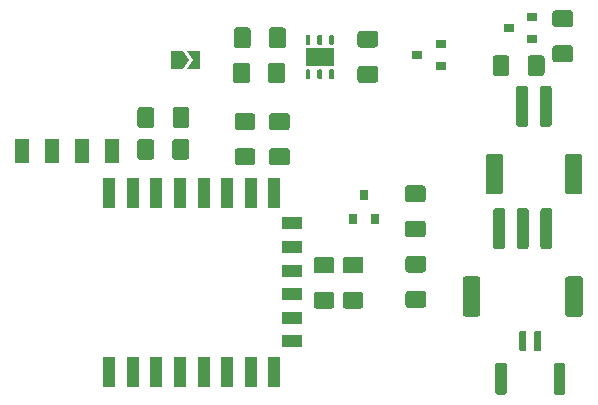
<source format=gbr>
G04 #@! TF.GenerationSoftware,KiCad,Pcbnew,(5.1.5-0-10_14)*
G04 #@! TF.CreationDate,2021-02-22T04:56:10+00:00*
G04 #@! TF.ProjectId,esp12f-si7021,65737031-3266-42d7-9369-373032312e6b,rev?*
G04 #@! TF.SameCoordinates,Original*
G04 #@! TF.FileFunction,Soldermask,Top*
G04 #@! TF.FilePolarity,Negative*
%FSLAX46Y46*%
G04 Gerber Fmt 4.6, Leading zero omitted, Abs format (unit mm)*
G04 Created by KiCad (PCBNEW (5.1.5-0-10_14)) date 2021-02-22 04:56:10*
%MOMM*%
%LPD*%
G04 APERTURE LIST*
%ADD10R,1.270000X2.000000*%
%ADD11C,0.100000*%
%ADD12R,1.000000X2.500000*%
%ADD13R,1.800000X1.000000*%
%ADD14R,0.900000X0.800000*%
%ADD15R,0.800000X0.900000*%
%ADD16R,2.400000X1.500000*%
G04 APERTURE END LIST*
D10*
X22895560Y-26217440D03*
X20355560Y-26217440D03*
X17815560Y-26217440D03*
X15275560Y-26217440D03*
D11*
G36*
X62568064Y-36821724D02*
G01*
X62592333Y-36825324D01*
X62616131Y-36831285D01*
X62639231Y-36839550D01*
X62661409Y-36850040D01*
X62682453Y-36862653D01*
X62702158Y-36877267D01*
X62720337Y-36893743D01*
X62736813Y-36911922D01*
X62751427Y-36931627D01*
X62764040Y-36952671D01*
X62774530Y-36974849D01*
X62782795Y-36997949D01*
X62788756Y-37021747D01*
X62792356Y-37046016D01*
X62793560Y-37070520D01*
X62793560Y-39970520D01*
X62792356Y-39995024D01*
X62788756Y-40019293D01*
X62782795Y-40043091D01*
X62774530Y-40066191D01*
X62764040Y-40088369D01*
X62751427Y-40109413D01*
X62736813Y-40129118D01*
X62720337Y-40147297D01*
X62702158Y-40163773D01*
X62682453Y-40178387D01*
X62661409Y-40191000D01*
X62639231Y-40201490D01*
X62616131Y-40209755D01*
X62592333Y-40215716D01*
X62568064Y-40219316D01*
X62543560Y-40220520D01*
X61543560Y-40220520D01*
X61519056Y-40219316D01*
X61494787Y-40215716D01*
X61470989Y-40209755D01*
X61447889Y-40201490D01*
X61425711Y-40191000D01*
X61404667Y-40178387D01*
X61384962Y-40163773D01*
X61366783Y-40147297D01*
X61350307Y-40129118D01*
X61335693Y-40109413D01*
X61323080Y-40088369D01*
X61312590Y-40066191D01*
X61304325Y-40043091D01*
X61298364Y-40019293D01*
X61294764Y-39995024D01*
X61293560Y-39970520D01*
X61293560Y-37070520D01*
X61294764Y-37046016D01*
X61298364Y-37021747D01*
X61304325Y-36997949D01*
X61312590Y-36974849D01*
X61323080Y-36952671D01*
X61335693Y-36931627D01*
X61350307Y-36911922D01*
X61366783Y-36893743D01*
X61384962Y-36877267D01*
X61404667Y-36862653D01*
X61425711Y-36850040D01*
X61447889Y-36839550D01*
X61470989Y-36831285D01*
X61494787Y-36825324D01*
X61519056Y-36821724D01*
X61543560Y-36820520D01*
X62543560Y-36820520D01*
X62568064Y-36821724D01*
G37*
G36*
X53868064Y-36821724D02*
G01*
X53892333Y-36825324D01*
X53916131Y-36831285D01*
X53939231Y-36839550D01*
X53961409Y-36850040D01*
X53982453Y-36862653D01*
X54002158Y-36877267D01*
X54020337Y-36893743D01*
X54036813Y-36911922D01*
X54051427Y-36931627D01*
X54064040Y-36952671D01*
X54074530Y-36974849D01*
X54082795Y-36997949D01*
X54088756Y-37021747D01*
X54092356Y-37046016D01*
X54093560Y-37070520D01*
X54093560Y-39970520D01*
X54092356Y-39995024D01*
X54088756Y-40019293D01*
X54082795Y-40043091D01*
X54074530Y-40066191D01*
X54064040Y-40088369D01*
X54051427Y-40109413D01*
X54036813Y-40129118D01*
X54020337Y-40147297D01*
X54002158Y-40163773D01*
X53982453Y-40178387D01*
X53961409Y-40191000D01*
X53939231Y-40201490D01*
X53916131Y-40209755D01*
X53892333Y-40215716D01*
X53868064Y-40219316D01*
X53843560Y-40220520D01*
X52843560Y-40220520D01*
X52819056Y-40219316D01*
X52794787Y-40215716D01*
X52770989Y-40209755D01*
X52747889Y-40201490D01*
X52725711Y-40191000D01*
X52704667Y-40178387D01*
X52684962Y-40163773D01*
X52666783Y-40147297D01*
X52650307Y-40129118D01*
X52635693Y-40109413D01*
X52623080Y-40088369D01*
X52612590Y-40066191D01*
X52604325Y-40043091D01*
X52598364Y-40019293D01*
X52594764Y-39995024D01*
X52593560Y-39970520D01*
X52593560Y-37070520D01*
X52594764Y-37046016D01*
X52598364Y-37021747D01*
X52604325Y-36997949D01*
X52612590Y-36974849D01*
X52623080Y-36952671D01*
X52635693Y-36931627D01*
X52650307Y-36911922D01*
X52666783Y-36893743D01*
X52684962Y-36877267D01*
X52704667Y-36862653D01*
X52725711Y-36850040D01*
X52747889Y-36839550D01*
X52770989Y-36831285D01*
X52794787Y-36825324D01*
X52819056Y-36821724D01*
X52843560Y-36820520D01*
X53843560Y-36820520D01*
X53868064Y-36821724D01*
G37*
G36*
X59968064Y-31021724D02*
G01*
X59992333Y-31025324D01*
X60016131Y-31031285D01*
X60039231Y-31039550D01*
X60061409Y-31050040D01*
X60082453Y-31062653D01*
X60102158Y-31077267D01*
X60120337Y-31093743D01*
X60136813Y-31111922D01*
X60151427Y-31131627D01*
X60164040Y-31152671D01*
X60174530Y-31174849D01*
X60182795Y-31197949D01*
X60188756Y-31221747D01*
X60192356Y-31246016D01*
X60193560Y-31270520D01*
X60193560Y-34270520D01*
X60192356Y-34295024D01*
X60188756Y-34319293D01*
X60182795Y-34343091D01*
X60174530Y-34366191D01*
X60164040Y-34388369D01*
X60151427Y-34409413D01*
X60136813Y-34429118D01*
X60120337Y-34447297D01*
X60102158Y-34463773D01*
X60082453Y-34478387D01*
X60061409Y-34491000D01*
X60039231Y-34501490D01*
X60016131Y-34509755D01*
X59992333Y-34515716D01*
X59968064Y-34519316D01*
X59943560Y-34520520D01*
X59443560Y-34520520D01*
X59419056Y-34519316D01*
X59394787Y-34515716D01*
X59370989Y-34509755D01*
X59347889Y-34501490D01*
X59325711Y-34491000D01*
X59304667Y-34478387D01*
X59284962Y-34463773D01*
X59266783Y-34447297D01*
X59250307Y-34429118D01*
X59235693Y-34409413D01*
X59223080Y-34388369D01*
X59212590Y-34366191D01*
X59204325Y-34343091D01*
X59198364Y-34319293D01*
X59194764Y-34295024D01*
X59193560Y-34270520D01*
X59193560Y-31270520D01*
X59194764Y-31246016D01*
X59198364Y-31221747D01*
X59204325Y-31197949D01*
X59212590Y-31174849D01*
X59223080Y-31152671D01*
X59235693Y-31131627D01*
X59250307Y-31111922D01*
X59266783Y-31093743D01*
X59284962Y-31077267D01*
X59304667Y-31062653D01*
X59325711Y-31050040D01*
X59347889Y-31039550D01*
X59370989Y-31031285D01*
X59394787Y-31025324D01*
X59419056Y-31021724D01*
X59443560Y-31020520D01*
X59943560Y-31020520D01*
X59968064Y-31021724D01*
G37*
G36*
X57968064Y-31021724D02*
G01*
X57992333Y-31025324D01*
X58016131Y-31031285D01*
X58039231Y-31039550D01*
X58061409Y-31050040D01*
X58082453Y-31062653D01*
X58102158Y-31077267D01*
X58120337Y-31093743D01*
X58136813Y-31111922D01*
X58151427Y-31131627D01*
X58164040Y-31152671D01*
X58174530Y-31174849D01*
X58182795Y-31197949D01*
X58188756Y-31221747D01*
X58192356Y-31246016D01*
X58193560Y-31270520D01*
X58193560Y-34270520D01*
X58192356Y-34295024D01*
X58188756Y-34319293D01*
X58182795Y-34343091D01*
X58174530Y-34366191D01*
X58164040Y-34388369D01*
X58151427Y-34409413D01*
X58136813Y-34429118D01*
X58120337Y-34447297D01*
X58102158Y-34463773D01*
X58082453Y-34478387D01*
X58061409Y-34491000D01*
X58039231Y-34501490D01*
X58016131Y-34509755D01*
X57992333Y-34515716D01*
X57968064Y-34519316D01*
X57943560Y-34520520D01*
X57443560Y-34520520D01*
X57419056Y-34519316D01*
X57394787Y-34515716D01*
X57370989Y-34509755D01*
X57347889Y-34501490D01*
X57325711Y-34491000D01*
X57304667Y-34478387D01*
X57284962Y-34463773D01*
X57266783Y-34447297D01*
X57250307Y-34429118D01*
X57235693Y-34409413D01*
X57223080Y-34388369D01*
X57212590Y-34366191D01*
X57204325Y-34343091D01*
X57198364Y-34319293D01*
X57194764Y-34295024D01*
X57193560Y-34270520D01*
X57193560Y-31270520D01*
X57194764Y-31246016D01*
X57198364Y-31221747D01*
X57204325Y-31197949D01*
X57212590Y-31174849D01*
X57223080Y-31152671D01*
X57235693Y-31131627D01*
X57250307Y-31111922D01*
X57266783Y-31093743D01*
X57284962Y-31077267D01*
X57304667Y-31062653D01*
X57325711Y-31050040D01*
X57347889Y-31039550D01*
X57370989Y-31031285D01*
X57394787Y-31025324D01*
X57419056Y-31021724D01*
X57443560Y-31020520D01*
X57943560Y-31020520D01*
X57968064Y-31021724D01*
G37*
G36*
X55968064Y-31021724D02*
G01*
X55992333Y-31025324D01*
X56016131Y-31031285D01*
X56039231Y-31039550D01*
X56061409Y-31050040D01*
X56082453Y-31062653D01*
X56102158Y-31077267D01*
X56120337Y-31093743D01*
X56136813Y-31111922D01*
X56151427Y-31131627D01*
X56164040Y-31152671D01*
X56174530Y-31174849D01*
X56182795Y-31197949D01*
X56188756Y-31221747D01*
X56192356Y-31246016D01*
X56193560Y-31270520D01*
X56193560Y-34270520D01*
X56192356Y-34295024D01*
X56188756Y-34319293D01*
X56182795Y-34343091D01*
X56174530Y-34366191D01*
X56164040Y-34388369D01*
X56151427Y-34409413D01*
X56136813Y-34429118D01*
X56120337Y-34447297D01*
X56102158Y-34463773D01*
X56082453Y-34478387D01*
X56061409Y-34491000D01*
X56039231Y-34501490D01*
X56016131Y-34509755D01*
X55992333Y-34515716D01*
X55968064Y-34519316D01*
X55943560Y-34520520D01*
X55443560Y-34520520D01*
X55419056Y-34519316D01*
X55394787Y-34515716D01*
X55370989Y-34509755D01*
X55347889Y-34501490D01*
X55325711Y-34491000D01*
X55304667Y-34478387D01*
X55284962Y-34463773D01*
X55266783Y-34447297D01*
X55250307Y-34429118D01*
X55235693Y-34409413D01*
X55223080Y-34388369D01*
X55212590Y-34366191D01*
X55204325Y-34343091D01*
X55198364Y-34319293D01*
X55194764Y-34295024D01*
X55193560Y-34270520D01*
X55193560Y-31270520D01*
X55194764Y-31246016D01*
X55198364Y-31221747D01*
X55204325Y-31197949D01*
X55212590Y-31174849D01*
X55223080Y-31152671D01*
X55235693Y-31131627D01*
X55250307Y-31111922D01*
X55266783Y-31093743D01*
X55284962Y-31077267D01*
X55304667Y-31062653D01*
X55325711Y-31050040D01*
X55347889Y-31039550D01*
X55370989Y-31031285D01*
X55394787Y-31025324D01*
X55419056Y-31021724D01*
X55443560Y-31020520D01*
X55943560Y-31020520D01*
X55968064Y-31021724D01*
G37*
G36*
X59311524Y-18099564D02*
G01*
X59335793Y-18103164D01*
X59359591Y-18109125D01*
X59382691Y-18117390D01*
X59404869Y-18127880D01*
X59425913Y-18140493D01*
X59445618Y-18155107D01*
X59463797Y-18171583D01*
X59480273Y-18189762D01*
X59494887Y-18209467D01*
X59507500Y-18230511D01*
X59517990Y-18252689D01*
X59526255Y-18275789D01*
X59532216Y-18299587D01*
X59535816Y-18323856D01*
X59537020Y-18348360D01*
X59537020Y-19598360D01*
X59535816Y-19622864D01*
X59532216Y-19647133D01*
X59526255Y-19670931D01*
X59517990Y-19694031D01*
X59507500Y-19716209D01*
X59494887Y-19737253D01*
X59480273Y-19756958D01*
X59463797Y-19775137D01*
X59445618Y-19791613D01*
X59425913Y-19806227D01*
X59404869Y-19818840D01*
X59382691Y-19829330D01*
X59359591Y-19837595D01*
X59335793Y-19843556D01*
X59311524Y-19847156D01*
X59287020Y-19848360D01*
X58362020Y-19848360D01*
X58337516Y-19847156D01*
X58313247Y-19843556D01*
X58289449Y-19837595D01*
X58266349Y-19829330D01*
X58244171Y-19818840D01*
X58223127Y-19806227D01*
X58203422Y-19791613D01*
X58185243Y-19775137D01*
X58168767Y-19756958D01*
X58154153Y-19737253D01*
X58141540Y-19716209D01*
X58131050Y-19694031D01*
X58122785Y-19670931D01*
X58116824Y-19647133D01*
X58113224Y-19622864D01*
X58112020Y-19598360D01*
X58112020Y-18348360D01*
X58113224Y-18323856D01*
X58116824Y-18299587D01*
X58122785Y-18275789D01*
X58131050Y-18252689D01*
X58141540Y-18230511D01*
X58154153Y-18209467D01*
X58168767Y-18189762D01*
X58185243Y-18171583D01*
X58203422Y-18155107D01*
X58223127Y-18140493D01*
X58244171Y-18127880D01*
X58266349Y-18117390D01*
X58289449Y-18109125D01*
X58313247Y-18103164D01*
X58337516Y-18099564D01*
X58362020Y-18098360D01*
X59287020Y-18098360D01*
X59311524Y-18099564D01*
G37*
G36*
X56336524Y-18099564D02*
G01*
X56360793Y-18103164D01*
X56384591Y-18109125D01*
X56407691Y-18117390D01*
X56429869Y-18127880D01*
X56450913Y-18140493D01*
X56470618Y-18155107D01*
X56488797Y-18171583D01*
X56505273Y-18189762D01*
X56519887Y-18209467D01*
X56532500Y-18230511D01*
X56542990Y-18252689D01*
X56551255Y-18275789D01*
X56557216Y-18299587D01*
X56560816Y-18323856D01*
X56562020Y-18348360D01*
X56562020Y-19598360D01*
X56560816Y-19622864D01*
X56557216Y-19647133D01*
X56551255Y-19670931D01*
X56542990Y-19694031D01*
X56532500Y-19716209D01*
X56519887Y-19737253D01*
X56505273Y-19756958D01*
X56488797Y-19775137D01*
X56470618Y-19791613D01*
X56450913Y-19806227D01*
X56429869Y-19818840D01*
X56407691Y-19829330D01*
X56384591Y-19837595D01*
X56360793Y-19843556D01*
X56336524Y-19847156D01*
X56312020Y-19848360D01*
X55387020Y-19848360D01*
X55362516Y-19847156D01*
X55338247Y-19843556D01*
X55314449Y-19837595D01*
X55291349Y-19829330D01*
X55269171Y-19818840D01*
X55248127Y-19806227D01*
X55228422Y-19791613D01*
X55210243Y-19775137D01*
X55193767Y-19756958D01*
X55179153Y-19737253D01*
X55166540Y-19716209D01*
X55156050Y-19694031D01*
X55147785Y-19670931D01*
X55141824Y-19647133D01*
X55138224Y-19622864D01*
X55137020Y-19598360D01*
X55137020Y-18348360D01*
X55138224Y-18323856D01*
X55141824Y-18299587D01*
X55147785Y-18275789D01*
X55156050Y-18252689D01*
X55166540Y-18230511D01*
X55179153Y-18209467D01*
X55193767Y-18189762D01*
X55210243Y-18171583D01*
X55228422Y-18155107D01*
X55248127Y-18140493D01*
X55269171Y-18127880D01*
X55291349Y-18117390D01*
X55314449Y-18109125D01*
X55338247Y-18103164D01*
X55362516Y-18099564D01*
X55387020Y-18098360D01*
X56312020Y-18098360D01*
X56336524Y-18099564D01*
G37*
G36*
X29449440Y-18490760D02*
G01*
X28949440Y-19240760D01*
X27949440Y-19240760D01*
X27949440Y-17740760D01*
X28949440Y-17740760D01*
X29449440Y-18490760D01*
G37*
G36*
X30399440Y-19240760D02*
G01*
X29249440Y-19240760D01*
X29749440Y-18490760D01*
X29249440Y-17740760D01*
X30399440Y-17740760D01*
X30399440Y-19240760D01*
G37*
G36*
X61079104Y-44142164D02*
G01*
X61103373Y-44145764D01*
X61127171Y-44151725D01*
X61150271Y-44159990D01*
X61172449Y-44170480D01*
X61193493Y-44183093D01*
X61213198Y-44197707D01*
X61231377Y-44214183D01*
X61247853Y-44232362D01*
X61262467Y-44252067D01*
X61275080Y-44273111D01*
X61285570Y-44295289D01*
X61293835Y-44318389D01*
X61299796Y-44342187D01*
X61303396Y-44366456D01*
X61304600Y-44390960D01*
X61304600Y-46590960D01*
X61303396Y-46615464D01*
X61299796Y-46639733D01*
X61293835Y-46663531D01*
X61285570Y-46686631D01*
X61275080Y-46708809D01*
X61262467Y-46729853D01*
X61247853Y-46749558D01*
X61231377Y-46767737D01*
X61213198Y-46784213D01*
X61193493Y-46798827D01*
X61172449Y-46811440D01*
X61150271Y-46821930D01*
X61127171Y-46830195D01*
X61103373Y-46836156D01*
X61079104Y-46839756D01*
X61054600Y-46840960D01*
X60554600Y-46840960D01*
X60530096Y-46839756D01*
X60505827Y-46836156D01*
X60482029Y-46830195D01*
X60458929Y-46821930D01*
X60436751Y-46811440D01*
X60415707Y-46798827D01*
X60396002Y-46784213D01*
X60377823Y-46767737D01*
X60361347Y-46749558D01*
X60346733Y-46729853D01*
X60334120Y-46708809D01*
X60323630Y-46686631D01*
X60315365Y-46663531D01*
X60309404Y-46639733D01*
X60305804Y-46615464D01*
X60304600Y-46590960D01*
X60304600Y-44390960D01*
X60305804Y-44366456D01*
X60309404Y-44342187D01*
X60315365Y-44318389D01*
X60323630Y-44295289D01*
X60334120Y-44273111D01*
X60346733Y-44252067D01*
X60361347Y-44232362D01*
X60377823Y-44214183D01*
X60396002Y-44197707D01*
X60415707Y-44183093D01*
X60436751Y-44170480D01*
X60458929Y-44159990D01*
X60482029Y-44151725D01*
X60505827Y-44145764D01*
X60530096Y-44142164D01*
X60554600Y-44140960D01*
X61054600Y-44140960D01*
X61079104Y-44142164D01*
G37*
G36*
X56129104Y-44142164D02*
G01*
X56153373Y-44145764D01*
X56177171Y-44151725D01*
X56200271Y-44159990D01*
X56222449Y-44170480D01*
X56243493Y-44183093D01*
X56263198Y-44197707D01*
X56281377Y-44214183D01*
X56297853Y-44232362D01*
X56312467Y-44252067D01*
X56325080Y-44273111D01*
X56335570Y-44295289D01*
X56343835Y-44318389D01*
X56349796Y-44342187D01*
X56353396Y-44366456D01*
X56354600Y-44390960D01*
X56354600Y-46590960D01*
X56353396Y-46615464D01*
X56349796Y-46639733D01*
X56343835Y-46663531D01*
X56335570Y-46686631D01*
X56325080Y-46708809D01*
X56312467Y-46729853D01*
X56297853Y-46749558D01*
X56281377Y-46767737D01*
X56263198Y-46784213D01*
X56243493Y-46798827D01*
X56222449Y-46811440D01*
X56200271Y-46821930D01*
X56177171Y-46830195D01*
X56153373Y-46836156D01*
X56129104Y-46839756D01*
X56104600Y-46840960D01*
X55604600Y-46840960D01*
X55580096Y-46839756D01*
X55555827Y-46836156D01*
X55532029Y-46830195D01*
X55508929Y-46821930D01*
X55486751Y-46811440D01*
X55465707Y-46798827D01*
X55446002Y-46784213D01*
X55427823Y-46767737D01*
X55411347Y-46749558D01*
X55396733Y-46729853D01*
X55384120Y-46708809D01*
X55373630Y-46686631D01*
X55365365Y-46663531D01*
X55359404Y-46639733D01*
X55355804Y-46615464D01*
X55354600Y-46590960D01*
X55354600Y-44390960D01*
X55355804Y-44366456D01*
X55359404Y-44342187D01*
X55365365Y-44318389D01*
X55373630Y-44295289D01*
X55384120Y-44273111D01*
X55396733Y-44252067D01*
X55411347Y-44232362D01*
X55427823Y-44214183D01*
X55446002Y-44197707D01*
X55465707Y-44183093D01*
X55486751Y-44170480D01*
X55508929Y-44159990D01*
X55532029Y-44151725D01*
X55555827Y-44145764D01*
X55580096Y-44142164D01*
X55604600Y-44140960D01*
X56104600Y-44140960D01*
X56129104Y-44142164D01*
G37*
G36*
X59119303Y-41441682D02*
G01*
X59133864Y-41443842D01*
X59148143Y-41447419D01*
X59162003Y-41452378D01*
X59175310Y-41458672D01*
X59187936Y-41466240D01*
X59199759Y-41475008D01*
X59210666Y-41484894D01*
X59220552Y-41495801D01*
X59229320Y-41507624D01*
X59236888Y-41520250D01*
X59243182Y-41533557D01*
X59248141Y-41547417D01*
X59251718Y-41561696D01*
X59253878Y-41576257D01*
X59254600Y-41590960D01*
X59254600Y-42990960D01*
X59253878Y-43005663D01*
X59251718Y-43020224D01*
X59248141Y-43034503D01*
X59243182Y-43048363D01*
X59236888Y-43061670D01*
X59229320Y-43074296D01*
X59220552Y-43086119D01*
X59210666Y-43097026D01*
X59199759Y-43106912D01*
X59187936Y-43115680D01*
X59175310Y-43123248D01*
X59162003Y-43129542D01*
X59148143Y-43134501D01*
X59133864Y-43138078D01*
X59119303Y-43140238D01*
X59104600Y-43140960D01*
X58804600Y-43140960D01*
X58789897Y-43140238D01*
X58775336Y-43138078D01*
X58761057Y-43134501D01*
X58747197Y-43129542D01*
X58733890Y-43123248D01*
X58721264Y-43115680D01*
X58709441Y-43106912D01*
X58698534Y-43097026D01*
X58688648Y-43086119D01*
X58679880Y-43074296D01*
X58672312Y-43061670D01*
X58666018Y-43048363D01*
X58661059Y-43034503D01*
X58657482Y-43020224D01*
X58655322Y-43005663D01*
X58654600Y-42990960D01*
X58654600Y-41590960D01*
X58655322Y-41576257D01*
X58657482Y-41561696D01*
X58661059Y-41547417D01*
X58666018Y-41533557D01*
X58672312Y-41520250D01*
X58679880Y-41507624D01*
X58688648Y-41495801D01*
X58698534Y-41484894D01*
X58709441Y-41475008D01*
X58721264Y-41466240D01*
X58733890Y-41458672D01*
X58747197Y-41452378D01*
X58761057Y-41447419D01*
X58775336Y-41443842D01*
X58789897Y-41441682D01*
X58804600Y-41440960D01*
X59104600Y-41440960D01*
X59119303Y-41441682D01*
G37*
G36*
X57869303Y-41441682D02*
G01*
X57883864Y-41443842D01*
X57898143Y-41447419D01*
X57912003Y-41452378D01*
X57925310Y-41458672D01*
X57937936Y-41466240D01*
X57949759Y-41475008D01*
X57960666Y-41484894D01*
X57970552Y-41495801D01*
X57979320Y-41507624D01*
X57986888Y-41520250D01*
X57993182Y-41533557D01*
X57998141Y-41547417D01*
X58001718Y-41561696D01*
X58003878Y-41576257D01*
X58004600Y-41590960D01*
X58004600Y-42990960D01*
X58003878Y-43005663D01*
X58001718Y-43020224D01*
X57998141Y-43034503D01*
X57993182Y-43048363D01*
X57986888Y-43061670D01*
X57979320Y-43074296D01*
X57970552Y-43086119D01*
X57960666Y-43097026D01*
X57949759Y-43106912D01*
X57937936Y-43115680D01*
X57925310Y-43123248D01*
X57912003Y-43129542D01*
X57898143Y-43134501D01*
X57883864Y-43138078D01*
X57869303Y-43140238D01*
X57854600Y-43140960D01*
X57554600Y-43140960D01*
X57539897Y-43140238D01*
X57525336Y-43138078D01*
X57511057Y-43134501D01*
X57497197Y-43129542D01*
X57483890Y-43123248D01*
X57471264Y-43115680D01*
X57459441Y-43106912D01*
X57448534Y-43097026D01*
X57438648Y-43086119D01*
X57429880Y-43074296D01*
X57422312Y-43061670D01*
X57416018Y-43048363D01*
X57411059Y-43034503D01*
X57407482Y-43020224D01*
X57405322Y-43005663D01*
X57404600Y-42990960D01*
X57404600Y-41590960D01*
X57405322Y-41576257D01*
X57407482Y-41561696D01*
X57411059Y-41547417D01*
X57416018Y-41533557D01*
X57422312Y-41520250D01*
X57429880Y-41507624D01*
X57438648Y-41495801D01*
X57448534Y-41484894D01*
X57459441Y-41475008D01*
X57471264Y-41466240D01*
X57483890Y-41458672D01*
X57497197Y-41452378D01*
X57511057Y-41447419D01*
X57525336Y-41443842D01*
X57539897Y-41441682D01*
X57554600Y-41440960D01*
X57854600Y-41440960D01*
X57869303Y-41441682D01*
G37*
G36*
X62520304Y-26469364D02*
G01*
X62544573Y-26472964D01*
X62568371Y-26478925D01*
X62591471Y-26487190D01*
X62613649Y-26497680D01*
X62634693Y-26510293D01*
X62654398Y-26524907D01*
X62672577Y-26541383D01*
X62689053Y-26559562D01*
X62703667Y-26579267D01*
X62716280Y-26600311D01*
X62726770Y-26622489D01*
X62735035Y-26645589D01*
X62740996Y-26669387D01*
X62744596Y-26693656D01*
X62745800Y-26718160D01*
X62745800Y-29618160D01*
X62744596Y-29642664D01*
X62740996Y-29666933D01*
X62735035Y-29690731D01*
X62726770Y-29713831D01*
X62716280Y-29736009D01*
X62703667Y-29757053D01*
X62689053Y-29776758D01*
X62672577Y-29794937D01*
X62654398Y-29811413D01*
X62634693Y-29826027D01*
X62613649Y-29838640D01*
X62591471Y-29849130D01*
X62568371Y-29857395D01*
X62544573Y-29863356D01*
X62520304Y-29866956D01*
X62495800Y-29868160D01*
X61495800Y-29868160D01*
X61471296Y-29866956D01*
X61447027Y-29863356D01*
X61423229Y-29857395D01*
X61400129Y-29849130D01*
X61377951Y-29838640D01*
X61356907Y-29826027D01*
X61337202Y-29811413D01*
X61319023Y-29794937D01*
X61302547Y-29776758D01*
X61287933Y-29757053D01*
X61275320Y-29736009D01*
X61264830Y-29713831D01*
X61256565Y-29690731D01*
X61250604Y-29666933D01*
X61247004Y-29642664D01*
X61245800Y-29618160D01*
X61245800Y-26718160D01*
X61247004Y-26693656D01*
X61250604Y-26669387D01*
X61256565Y-26645589D01*
X61264830Y-26622489D01*
X61275320Y-26600311D01*
X61287933Y-26579267D01*
X61302547Y-26559562D01*
X61319023Y-26541383D01*
X61337202Y-26524907D01*
X61356907Y-26510293D01*
X61377951Y-26497680D01*
X61400129Y-26487190D01*
X61423229Y-26478925D01*
X61447027Y-26472964D01*
X61471296Y-26469364D01*
X61495800Y-26468160D01*
X62495800Y-26468160D01*
X62520304Y-26469364D01*
G37*
G36*
X55820304Y-26469364D02*
G01*
X55844573Y-26472964D01*
X55868371Y-26478925D01*
X55891471Y-26487190D01*
X55913649Y-26497680D01*
X55934693Y-26510293D01*
X55954398Y-26524907D01*
X55972577Y-26541383D01*
X55989053Y-26559562D01*
X56003667Y-26579267D01*
X56016280Y-26600311D01*
X56026770Y-26622489D01*
X56035035Y-26645589D01*
X56040996Y-26669387D01*
X56044596Y-26693656D01*
X56045800Y-26718160D01*
X56045800Y-29618160D01*
X56044596Y-29642664D01*
X56040996Y-29666933D01*
X56035035Y-29690731D01*
X56026770Y-29713831D01*
X56016280Y-29736009D01*
X56003667Y-29757053D01*
X55989053Y-29776758D01*
X55972577Y-29794937D01*
X55954398Y-29811413D01*
X55934693Y-29826027D01*
X55913649Y-29838640D01*
X55891471Y-29849130D01*
X55868371Y-29857395D01*
X55844573Y-29863356D01*
X55820304Y-29866956D01*
X55795800Y-29868160D01*
X54795800Y-29868160D01*
X54771296Y-29866956D01*
X54747027Y-29863356D01*
X54723229Y-29857395D01*
X54700129Y-29849130D01*
X54677951Y-29838640D01*
X54656907Y-29826027D01*
X54637202Y-29811413D01*
X54619023Y-29794937D01*
X54602547Y-29776758D01*
X54587933Y-29757053D01*
X54575320Y-29736009D01*
X54564830Y-29713831D01*
X54556565Y-29690731D01*
X54550604Y-29666933D01*
X54547004Y-29642664D01*
X54545800Y-29618160D01*
X54545800Y-26718160D01*
X54547004Y-26693656D01*
X54550604Y-26669387D01*
X54556565Y-26645589D01*
X54564830Y-26622489D01*
X54575320Y-26600311D01*
X54587933Y-26579267D01*
X54602547Y-26559562D01*
X54619023Y-26541383D01*
X54637202Y-26524907D01*
X54656907Y-26510293D01*
X54677951Y-26497680D01*
X54700129Y-26487190D01*
X54723229Y-26478925D01*
X54747027Y-26472964D01*
X54771296Y-26469364D01*
X54795800Y-26468160D01*
X55795800Y-26468160D01*
X55820304Y-26469364D01*
G37*
G36*
X59920304Y-20669364D02*
G01*
X59944573Y-20672964D01*
X59968371Y-20678925D01*
X59991471Y-20687190D01*
X60013649Y-20697680D01*
X60034693Y-20710293D01*
X60054398Y-20724907D01*
X60072577Y-20741383D01*
X60089053Y-20759562D01*
X60103667Y-20779267D01*
X60116280Y-20800311D01*
X60126770Y-20822489D01*
X60135035Y-20845589D01*
X60140996Y-20869387D01*
X60144596Y-20893656D01*
X60145800Y-20918160D01*
X60145800Y-23918160D01*
X60144596Y-23942664D01*
X60140996Y-23966933D01*
X60135035Y-23990731D01*
X60126770Y-24013831D01*
X60116280Y-24036009D01*
X60103667Y-24057053D01*
X60089053Y-24076758D01*
X60072577Y-24094937D01*
X60054398Y-24111413D01*
X60034693Y-24126027D01*
X60013649Y-24138640D01*
X59991471Y-24149130D01*
X59968371Y-24157395D01*
X59944573Y-24163356D01*
X59920304Y-24166956D01*
X59895800Y-24168160D01*
X59395800Y-24168160D01*
X59371296Y-24166956D01*
X59347027Y-24163356D01*
X59323229Y-24157395D01*
X59300129Y-24149130D01*
X59277951Y-24138640D01*
X59256907Y-24126027D01*
X59237202Y-24111413D01*
X59219023Y-24094937D01*
X59202547Y-24076758D01*
X59187933Y-24057053D01*
X59175320Y-24036009D01*
X59164830Y-24013831D01*
X59156565Y-23990731D01*
X59150604Y-23966933D01*
X59147004Y-23942664D01*
X59145800Y-23918160D01*
X59145800Y-20918160D01*
X59147004Y-20893656D01*
X59150604Y-20869387D01*
X59156565Y-20845589D01*
X59164830Y-20822489D01*
X59175320Y-20800311D01*
X59187933Y-20779267D01*
X59202547Y-20759562D01*
X59219023Y-20741383D01*
X59237202Y-20724907D01*
X59256907Y-20710293D01*
X59277951Y-20697680D01*
X59300129Y-20687190D01*
X59323229Y-20678925D01*
X59347027Y-20672964D01*
X59371296Y-20669364D01*
X59395800Y-20668160D01*
X59895800Y-20668160D01*
X59920304Y-20669364D01*
G37*
G36*
X57920304Y-20669364D02*
G01*
X57944573Y-20672964D01*
X57968371Y-20678925D01*
X57991471Y-20687190D01*
X58013649Y-20697680D01*
X58034693Y-20710293D01*
X58054398Y-20724907D01*
X58072577Y-20741383D01*
X58089053Y-20759562D01*
X58103667Y-20779267D01*
X58116280Y-20800311D01*
X58126770Y-20822489D01*
X58135035Y-20845589D01*
X58140996Y-20869387D01*
X58144596Y-20893656D01*
X58145800Y-20918160D01*
X58145800Y-23918160D01*
X58144596Y-23942664D01*
X58140996Y-23966933D01*
X58135035Y-23990731D01*
X58126770Y-24013831D01*
X58116280Y-24036009D01*
X58103667Y-24057053D01*
X58089053Y-24076758D01*
X58072577Y-24094937D01*
X58054398Y-24111413D01*
X58034693Y-24126027D01*
X58013649Y-24138640D01*
X57991471Y-24149130D01*
X57968371Y-24157395D01*
X57944573Y-24163356D01*
X57920304Y-24166956D01*
X57895800Y-24168160D01*
X57395800Y-24168160D01*
X57371296Y-24166956D01*
X57347027Y-24163356D01*
X57323229Y-24157395D01*
X57300129Y-24149130D01*
X57277951Y-24138640D01*
X57256907Y-24126027D01*
X57237202Y-24111413D01*
X57219023Y-24094937D01*
X57202547Y-24076758D01*
X57187933Y-24057053D01*
X57175320Y-24036009D01*
X57164830Y-24013831D01*
X57156565Y-23990731D01*
X57150604Y-23966933D01*
X57147004Y-23942664D01*
X57145800Y-23918160D01*
X57145800Y-20918160D01*
X57147004Y-20893656D01*
X57150604Y-20869387D01*
X57156565Y-20845589D01*
X57164830Y-20822489D01*
X57175320Y-20800311D01*
X57187933Y-20779267D01*
X57202547Y-20759562D01*
X57219023Y-20741383D01*
X57237202Y-20724907D01*
X57256907Y-20710293D01*
X57277951Y-20697680D01*
X57300129Y-20687190D01*
X57323229Y-20678925D01*
X57347027Y-20672964D01*
X57371296Y-20669364D01*
X57395800Y-20668160D01*
X57895800Y-20668160D01*
X57920304Y-20669364D01*
G37*
D12*
X22670000Y-29722000D03*
X24670000Y-29722000D03*
X26670000Y-29722000D03*
X28670000Y-29722000D03*
X30670000Y-29722000D03*
X32670000Y-29722000D03*
X34670000Y-29722000D03*
X36670000Y-29722000D03*
D13*
X38170000Y-32322000D03*
X38170000Y-34322000D03*
X38170000Y-36322000D03*
X38170000Y-38322000D03*
X38170000Y-40322000D03*
X38170000Y-42322000D03*
D12*
X36670000Y-44922000D03*
X34670000Y-44922000D03*
X32670000Y-44922000D03*
X30670000Y-44922000D03*
X28670000Y-44922000D03*
X26670000Y-44922000D03*
X24670000Y-44922000D03*
X22670000Y-44922000D03*
D11*
G36*
X37743664Y-23001704D02*
G01*
X37767933Y-23005304D01*
X37791731Y-23011265D01*
X37814831Y-23019530D01*
X37837009Y-23030020D01*
X37858053Y-23042633D01*
X37877758Y-23057247D01*
X37895937Y-23073723D01*
X37912413Y-23091902D01*
X37927027Y-23111607D01*
X37939640Y-23132651D01*
X37950130Y-23154829D01*
X37958395Y-23177929D01*
X37964356Y-23201727D01*
X37967956Y-23225996D01*
X37969160Y-23250500D01*
X37969160Y-24175500D01*
X37967956Y-24200004D01*
X37964356Y-24224273D01*
X37958395Y-24248071D01*
X37950130Y-24271171D01*
X37939640Y-24293349D01*
X37927027Y-24314393D01*
X37912413Y-24334098D01*
X37895937Y-24352277D01*
X37877758Y-24368753D01*
X37858053Y-24383367D01*
X37837009Y-24395980D01*
X37814831Y-24406470D01*
X37791731Y-24414735D01*
X37767933Y-24420696D01*
X37743664Y-24424296D01*
X37719160Y-24425500D01*
X36469160Y-24425500D01*
X36444656Y-24424296D01*
X36420387Y-24420696D01*
X36396589Y-24414735D01*
X36373489Y-24406470D01*
X36351311Y-24395980D01*
X36330267Y-24383367D01*
X36310562Y-24368753D01*
X36292383Y-24352277D01*
X36275907Y-24334098D01*
X36261293Y-24314393D01*
X36248680Y-24293349D01*
X36238190Y-24271171D01*
X36229925Y-24248071D01*
X36223964Y-24224273D01*
X36220364Y-24200004D01*
X36219160Y-24175500D01*
X36219160Y-23250500D01*
X36220364Y-23225996D01*
X36223964Y-23201727D01*
X36229925Y-23177929D01*
X36238190Y-23154829D01*
X36248680Y-23132651D01*
X36261293Y-23111607D01*
X36275907Y-23091902D01*
X36292383Y-23073723D01*
X36310562Y-23057247D01*
X36330267Y-23042633D01*
X36351311Y-23030020D01*
X36373489Y-23019530D01*
X36396589Y-23011265D01*
X36420387Y-23005304D01*
X36444656Y-23001704D01*
X36469160Y-23000500D01*
X37719160Y-23000500D01*
X37743664Y-23001704D01*
G37*
G36*
X37743664Y-25976704D02*
G01*
X37767933Y-25980304D01*
X37791731Y-25986265D01*
X37814831Y-25994530D01*
X37837009Y-26005020D01*
X37858053Y-26017633D01*
X37877758Y-26032247D01*
X37895937Y-26048723D01*
X37912413Y-26066902D01*
X37927027Y-26086607D01*
X37939640Y-26107651D01*
X37950130Y-26129829D01*
X37958395Y-26152929D01*
X37964356Y-26176727D01*
X37967956Y-26200996D01*
X37969160Y-26225500D01*
X37969160Y-27150500D01*
X37967956Y-27175004D01*
X37964356Y-27199273D01*
X37958395Y-27223071D01*
X37950130Y-27246171D01*
X37939640Y-27268349D01*
X37927027Y-27289393D01*
X37912413Y-27309098D01*
X37895937Y-27327277D01*
X37877758Y-27343753D01*
X37858053Y-27358367D01*
X37837009Y-27370980D01*
X37814831Y-27381470D01*
X37791731Y-27389735D01*
X37767933Y-27395696D01*
X37743664Y-27399296D01*
X37719160Y-27400500D01*
X36469160Y-27400500D01*
X36444656Y-27399296D01*
X36420387Y-27395696D01*
X36396589Y-27389735D01*
X36373489Y-27381470D01*
X36351311Y-27370980D01*
X36330267Y-27358367D01*
X36310562Y-27343753D01*
X36292383Y-27327277D01*
X36275907Y-27309098D01*
X36261293Y-27289393D01*
X36248680Y-27268349D01*
X36238190Y-27246171D01*
X36229925Y-27223071D01*
X36223964Y-27199273D01*
X36220364Y-27175004D01*
X36219160Y-27150500D01*
X36219160Y-26225500D01*
X36220364Y-26200996D01*
X36223964Y-26176727D01*
X36229925Y-26152929D01*
X36238190Y-26129829D01*
X36248680Y-26107651D01*
X36261293Y-26086607D01*
X36275907Y-26066902D01*
X36292383Y-26048723D01*
X36310562Y-26032247D01*
X36330267Y-26017633D01*
X36351311Y-26005020D01*
X36373489Y-25994530D01*
X36396589Y-25986265D01*
X36420387Y-25980304D01*
X36444656Y-25976704D01*
X36469160Y-25975500D01*
X37719160Y-25975500D01*
X37743664Y-25976704D01*
G37*
D14*
X48749200Y-18074200D03*
X50749200Y-17124200D03*
X50749200Y-19024200D03*
D11*
G36*
X37331304Y-18711704D02*
G01*
X37355573Y-18715304D01*
X37379371Y-18721265D01*
X37402471Y-18729530D01*
X37424649Y-18740020D01*
X37445693Y-18752633D01*
X37465398Y-18767247D01*
X37483577Y-18783723D01*
X37500053Y-18801902D01*
X37514667Y-18821607D01*
X37527280Y-18842651D01*
X37537770Y-18864829D01*
X37546035Y-18887929D01*
X37551996Y-18911727D01*
X37555596Y-18935996D01*
X37556800Y-18960500D01*
X37556800Y-20210500D01*
X37555596Y-20235004D01*
X37551996Y-20259273D01*
X37546035Y-20283071D01*
X37537770Y-20306171D01*
X37527280Y-20328349D01*
X37514667Y-20349393D01*
X37500053Y-20369098D01*
X37483577Y-20387277D01*
X37465398Y-20403753D01*
X37445693Y-20418367D01*
X37424649Y-20430980D01*
X37402471Y-20441470D01*
X37379371Y-20449735D01*
X37355573Y-20455696D01*
X37331304Y-20459296D01*
X37306800Y-20460500D01*
X36381800Y-20460500D01*
X36357296Y-20459296D01*
X36333027Y-20455696D01*
X36309229Y-20449735D01*
X36286129Y-20441470D01*
X36263951Y-20430980D01*
X36242907Y-20418367D01*
X36223202Y-20403753D01*
X36205023Y-20387277D01*
X36188547Y-20369098D01*
X36173933Y-20349393D01*
X36161320Y-20328349D01*
X36150830Y-20306171D01*
X36142565Y-20283071D01*
X36136604Y-20259273D01*
X36133004Y-20235004D01*
X36131800Y-20210500D01*
X36131800Y-18960500D01*
X36133004Y-18935996D01*
X36136604Y-18911727D01*
X36142565Y-18887929D01*
X36150830Y-18864829D01*
X36161320Y-18842651D01*
X36173933Y-18821607D01*
X36188547Y-18801902D01*
X36205023Y-18783723D01*
X36223202Y-18767247D01*
X36242907Y-18752633D01*
X36263951Y-18740020D01*
X36286129Y-18729530D01*
X36309229Y-18721265D01*
X36333027Y-18715304D01*
X36357296Y-18711704D01*
X36381800Y-18710500D01*
X37306800Y-18710500D01*
X37331304Y-18711704D01*
G37*
G36*
X34356304Y-18711704D02*
G01*
X34380573Y-18715304D01*
X34404371Y-18721265D01*
X34427471Y-18729530D01*
X34449649Y-18740020D01*
X34470693Y-18752633D01*
X34490398Y-18767247D01*
X34508577Y-18783723D01*
X34525053Y-18801902D01*
X34539667Y-18821607D01*
X34552280Y-18842651D01*
X34562770Y-18864829D01*
X34571035Y-18887929D01*
X34576996Y-18911727D01*
X34580596Y-18935996D01*
X34581800Y-18960500D01*
X34581800Y-20210500D01*
X34580596Y-20235004D01*
X34576996Y-20259273D01*
X34571035Y-20283071D01*
X34562770Y-20306171D01*
X34552280Y-20328349D01*
X34539667Y-20349393D01*
X34525053Y-20369098D01*
X34508577Y-20387277D01*
X34490398Y-20403753D01*
X34470693Y-20418367D01*
X34449649Y-20430980D01*
X34427471Y-20441470D01*
X34404371Y-20449735D01*
X34380573Y-20455696D01*
X34356304Y-20459296D01*
X34331800Y-20460500D01*
X33406800Y-20460500D01*
X33382296Y-20459296D01*
X33358027Y-20455696D01*
X33334229Y-20449735D01*
X33311129Y-20441470D01*
X33288951Y-20430980D01*
X33267907Y-20418367D01*
X33248202Y-20403753D01*
X33230023Y-20387277D01*
X33213547Y-20369098D01*
X33198933Y-20349393D01*
X33186320Y-20328349D01*
X33175830Y-20306171D01*
X33167565Y-20283071D01*
X33161604Y-20259273D01*
X33158004Y-20235004D01*
X33156800Y-20210500D01*
X33156800Y-18960500D01*
X33158004Y-18935996D01*
X33161604Y-18911727D01*
X33167565Y-18887929D01*
X33175830Y-18864829D01*
X33186320Y-18842651D01*
X33198933Y-18821607D01*
X33213547Y-18801902D01*
X33230023Y-18783723D01*
X33248202Y-18767247D01*
X33267907Y-18752633D01*
X33288951Y-18740020D01*
X33311129Y-18729530D01*
X33334229Y-18721265D01*
X33358027Y-18715304D01*
X33382296Y-18711704D01*
X33406800Y-18710500D01*
X34331800Y-18710500D01*
X34356304Y-18711704D01*
G37*
G36*
X37409104Y-15739904D02*
G01*
X37433373Y-15743504D01*
X37457171Y-15749465D01*
X37480271Y-15757730D01*
X37502449Y-15768220D01*
X37523493Y-15780833D01*
X37543198Y-15795447D01*
X37561377Y-15811923D01*
X37577853Y-15830102D01*
X37592467Y-15849807D01*
X37605080Y-15870851D01*
X37615570Y-15893029D01*
X37623835Y-15916129D01*
X37629796Y-15939927D01*
X37633396Y-15964196D01*
X37634600Y-15988700D01*
X37634600Y-17238700D01*
X37633396Y-17263204D01*
X37629796Y-17287473D01*
X37623835Y-17311271D01*
X37615570Y-17334371D01*
X37605080Y-17356549D01*
X37592467Y-17377593D01*
X37577853Y-17397298D01*
X37561377Y-17415477D01*
X37543198Y-17431953D01*
X37523493Y-17446567D01*
X37502449Y-17459180D01*
X37480271Y-17469670D01*
X37457171Y-17477935D01*
X37433373Y-17483896D01*
X37409104Y-17487496D01*
X37384600Y-17488700D01*
X36459600Y-17488700D01*
X36435096Y-17487496D01*
X36410827Y-17483896D01*
X36387029Y-17477935D01*
X36363929Y-17469670D01*
X36341751Y-17459180D01*
X36320707Y-17446567D01*
X36301002Y-17431953D01*
X36282823Y-17415477D01*
X36266347Y-17397298D01*
X36251733Y-17377593D01*
X36239120Y-17356549D01*
X36228630Y-17334371D01*
X36220365Y-17311271D01*
X36214404Y-17287473D01*
X36210804Y-17263204D01*
X36209600Y-17238700D01*
X36209600Y-15988700D01*
X36210804Y-15964196D01*
X36214404Y-15939927D01*
X36220365Y-15916129D01*
X36228630Y-15893029D01*
X36239120Y-15870851D01*
X36251733Y-15849807D01*
X36266347Y-15830102D01*
X36282823Y-15811923D01*
X36301002Y-15795447D01*
X36320707Y-15780833D01*
X36341751Y-15768220D01*
X36363929Y-15757730D01*
X36387029Y-15749465D01*
X36410827Y-15743504D01*
X36435096Y-15739904D01*
X36459600Y-15738700D01*
X37384600Y-15738700D01*
X37409104Y-15739904D01*
G37*
G36*
X34434104Y-15739904D02*
G01*
X34458373Y-15743504D01*
X34482171Y-15749465D01*
X34505271Y-15757730D01*
X34527449Y-15768220D01*
X34548493Y-15780833D01*
X34568198Y-15795447D01*
X34586377Y-15811923D01*
X34602853Y-15830102D01*
X34617467Y-15849807D01*
X34630080Y-15870851D01*
X34640570Y-15893029D01*
X34648835Y-15916129D01*
X34654796Y-15939927D01*
X34658396Y-15964196D01*
X34659600Y-15988700D01*
X34659600Y-17238700D01*
X34658396Y-17263204D01*
X34654796Y-17287473D01*
X34648835Y-17311271D01*
X34640570Y-17334371D01*
X34630080Y-17356549D01*
X34617467Y-17377593D01*
X34602853Y-17397298D01*
X34586377Y-17415477D01*
X34568198Y-17431953D01*
X34548493Y-17446567D01*
X34527449Y-17459180D01*
X34505271Y-17469670D01*
X34482171Y-17477935D01*
X34458373Y-17483896D01*
X34434104Y-17487496D01*
X34409600Y-17488700D01*
X33484600Y-17488700D01*
X33460096Y-17487496D01*
X33435827Y-17483896D01*
X33412029Y-17477935D01*
X33388929Y-17469670D01*
X33366751Y-17459180D01*
X33345707Y-17446567D01*
X33326002Y-17431953D01*
X33307823Y-17415477D01*
X33291347Y-17397298D01*
X33276733Y-17377593D01*
X33264120Y-17356549D01*
X33253630Y-17334371D01*
X33245365Y-17311271D01*
X33239404Y-17287473D01*
X33235804Y-17263204D01*
X33234600Y-17238700D01*
X33234600Y-15988700D01*
X33235804Y-15964196D01*
X33239404Y-15939927D01*
X33245365Y-15916129D01*
X33253630Y-15893029D01*
X33264120Y-15870851D01*
X33276733Y-15849807D01*
X33291347Y-15830102D01*
X33307823Y-15811923D01*
X33326002Y-15795447D01*
X33345707Y-15780833D01*
X33366751Y-15768220D01*
X33388929Y-15757730D01*
X33412029Y-15749465D01*
X33435827Y-15743504D01*
X33460096Y-15739904D01*
X33484600Y-15738700D01*
X34409600Y-15738700D01*
X34434104Y-15739904D01*
G37*
G36*
X34822664Y-25976704D02*
G01*
X34846933Y-25980304D01*
X34870731Y-25986265D01*
X34893831Y-25994530D01*
X34916009Y-26005020D01*
X34937053Y-26017633D01*
X34956758Y-26032247D01*
X34974937Y-26048723D01*
X34991413Y-26066902D01*
X35006027Y-26086607D01*
X35018640Y-26107651D01*
X35029130Y-26129829D01*
X35037395Y-26152929D01*
X35043356Y-26176727D01*
X35046956Y-26200996D01*
X35048160Y-26225500D01*
X35048160Y-27150500D01*
X35046956Y-27175004D01*
X35043356Y-27199273D01*
X35037395Y-27223071D01*
X35029130Y-27246171D01*
X35018640Y-27268349D01*
X35006027Y-27289393D01*
X34991413Y-27309098D01*
X34974937Y-27327277D01*
X34956758Y-27343753D01*
X34937053Y-27358367D01*
X34916009Y-27370980D01*
X34893831Y-27381470D01*
X34870731Y-27389735D01*
X34846933Y-27395696D01*
X34822664Y-27399296D01*
X34798160Y-27400500D01*
X33548160Y-27400500D01*
X33523656Y-27399296D01*
X33499387Y-27395696D01*
X33475589Y-27389735D01*
X33452489Y-27381470D01*
X33430311Y-27370980D01*
X33409267Y-27358367D01*
X33389562Y-27343753D01*
X33371383Y-27327277D01*
X33354907Y-27309098D01*
X33340293Y-27289393D01*
X33327680Y-27268349D01*
X33317190Y-27246171D01*
X33308925Y-27223071D01*
X33302964Y-27199273D01*
X33299364Y-27175004D01*
X33298160Y-27150500D01*
X33298160Y-26225500D01*
X33299364Y-26200996D01*
X33302964Y-26176727D01*
X33308925Y-26152929D01*
X33317190Y-26129829D01*
X33327680Y-26107651D01*
X33340293Y-26086607D01*
X33354907Y-26066902D01*
X33371383Y-26048723D01*
X33389562Y-26032247D01*
X33409267Y-26017633D01*
X33430311Y-26005020D01*
X33452489Y-25994530D01*
X33475589Y-25986265D01*
X33499387Y-25980304D01*
X33523656Y-25976704D01*
X33548160Y-25975500D01*
X34798160Y-25975500D01*
X34822664Y-25976704D01*
G37*
G36*
X34822664Y-23001704D02*
G01*
X34846933Y-23005304D01*
X34870731Y-23011265D01*
X34893831Y-23019530D01*
X34916009Y-23030020D01*
X34937053Y-23042633D01*
X34956758Y-23057247D01*
X34974937Y-23073723D01*
X34991413Y-23091902D01*
X35006027Y-23111607D01*
X35018640Y-23132651D01*
X35029130Y-23154829D01*
X35037395Y-23177929D01*
X35043356Y-23201727D01*
X35046956Y-23225996D01*
X35048160Y-23250500D01*
X35048160Y-24175500D01*
X35046956Y-24200004D01*
X35043356Y-24224273D01*
X35037395Y-24248071D01*
X35029130Y-24271171D01*
X35018640Y-24293349D01*
X35006027Y-24314393D01*
X34991413Y-24334098D01*
X34974937Y-24352277D01*
X34956758Y-24368753D01*
X34937053Y-24383367D01*
X34916009Y-24395980D01*
X34893831Y-24406470D01*
X34870731Y-24414735D01*
X34846933Y-24420696D01*
X34822664Y-24424296D01*
X34798160Y-24425500D01*
X33548160Y-24425500D01*
X33523656Y-24424296D01*
X33499387Y-24420696D01*
X33475589Y-24414735D01*
X33452489Y-24406470D01*
X33430311Y-24395980D01*
X33409267Y-24383367D01*
X33389562Y-24368753D01*
X33371383Y-24352277D01*
X33354907Y-24334098D01*
X33340293Y-24314393D01*
X33327680Y-24293349D01*
X33317190Y-24271171D01*
X33308925Y-24248071D01*
X33302964Y-24224273D01*
X33299364Y-24200004D01*
X33298160Y-24175500D01*
X33298160Y-23250500D01*
X33299364Y-23225996D01*
X33302964Y-23201727D01*
X33308925Y-23177929D01*
X33317190Y-23154829D01*
X33327680Y-23132651D01*
X33340293Y-23111607D01*
X33354907Y-23091902D01*
X33371383Y-23073723D01*
X33389562Y-23057247D01*
X33409267Y-23042633D01*
X33430311Y-23030020D01*
X33452489Y-23019530D01*
X33475589Y-23011265D01*
X33499387Y-23005304D01*
X33523656Y-23001704D01*
X33548160Y-23000500D01*
X34798160Y-23000500D01*
X34822664Y-23001704D01*
G37*
G36*
X29224564Y-25191244D02*
G01*
X29248833Y-25194844D01*
X29272631Y-25200805D01*
X29295731Y-25209070D01*
X29317909Y-25219560D01*
X29338953Y-25232173D01*
X29358658Y-25246787D01*
X29376837Y-25263263D01*
X29393313Y-25281442D01*
X29407927Y-25301147D01*
X29420540Y-25322191D01*
X29431030Y-25344369D01*
X29439295Y-25367469D01*
X29445256Y-25391267D01*
X29448856Y-25415536D01*
X29450060Y-25440040D01*
X29450060Y-26690040D01*
X29448856Y-26714544D01*
X29445256Y-26738813D01*
X29439295Y-26762611D01*
X29431030Y-26785711D01*
X29420540Y-26807889D01*
X29407927Y-26828933D01*
X29393313Y-26848638D01*
X29376837Y-26866817D01*
X29358658Y-26883293D01*
X29338953Y-26897907D01*
X29317909Y-26910520D01*
X29295731Y-26921010D01*
X29272631Y-26929275D01*
X29248833Y-26935236D01*
X29224564Y-26938836D01*
X29200060Y-26940040D01*
X28275060Y-26940040D01*
X28250556Y-26938836D01*
X28226287Y-26935236D01*
X28202489Y-26929275D01*
X28179389Y-26921010D01*
X28157211Y-26910520D01*
X28136167Y-26897907D01*
X28116462Y-26883293D01*
X28098283Y-26866817D01*
X28081807Y-26848638D01*
X28067193Y-26828933D01*
X28054580Y-26807889D01*
X28044090Y-26785711D01*
X28035825Y-26762611D01*
X28029864Y-26738813D01*
X28026264Y-26714544D01*
X28025060Y-26690040D01*
X28025060Y-25440040D01*
X28026264Y-25415536D01*
X28029864Y-25391267D01*
X28035825Y-25367469D01*
X28044090Y-25344369D01*
X28054580Y-25322191D01*
X28067193Y-25301147D01*
X28081807Y-25281442D01*
X28098283Y-25263263D01*
X28116462Y-25246787D01*
X28136167Y-25232173D01*
X28157211Y-25219560D01*
X28179389Y-25209070D01*
X28202489Y-25200805D01*
X28226287Y-25194844D01*
X28250556Y-25191244D01*
X28275060Y-25190040D01*
X29200060Y-25190040D01*
X29224564Y-25191244D01*
G37*
G36*
X26249564Y-25191244D02*
G01*
X26273833Y-25194844D01*
X26297631Y-25200805D01*
X26320731Y-25209070D01*
X26342909Y-25219560D01*
X26363953Y-25232173D01*
X26383658Y-25246787D01*
X26401837Y-25263263D01*
X26418313Y-25281442D01*
X26432927Y-25301147D01*
X26445540Y-25322191D01*
X26456030Y-25344369D01*
X26464295Y-25367469D01*
X26470256Y-25391267D01*
X26473856Y-25415536D01*
X26475060Y-25440040D01*
X26475060Y-26690040D01*
X26473856Y-26714544D01*
X26470256Y-26738813D01*
X26464295Y-26762611D01*
X26456030Y-26785711D01*
X26445540Y-26807889D01*
X26432927Y-26828933D01*
X26418313Y-26848638D01*
X26401837Y-26866817D01*
X26383658Y-26883293D01*
X26363953Y-26897907D01*
X26342909Y-26910520D01*
X26320731Y-26921010D01*
X26297631Y-26929275D01*
X26273833Y-26935236D01*
X26249564Y-26938836D01*
X26225060Y-26940040D01*
X25300060Y-26940040D01*
X25275556Y-26938836D01*
X25251287Y-26935236D01*
X25227489Y-26929275D01*
X25204389Y-26921010D01*
X25182211Y-26910520D01*
X25161167Y-26897907D01*
X25141462Y-26883293D01*
X25123283Y-26866817D01*
X25106807Y-26848638D01*
X25092193Y-26828933D01*
X25079580Y-26807889D01*
X25069090Y-26785711D01*
X25060825Y-26762611D01*
X25054864Y-26738813D01*
X25051264Y-26714544D01*
X25050060Y-26690040D01*
X25050060Y-25440040D01*
X25051264Y-25415536D01*
X25054864Y-25391267D01*
X25060825Y-25367469D01*
X25069090Y-25344369D01*
X25079580Y-25322191D01*
X25092193Y-25301147D01*
X25106807Y-25281442D01*
X25123283Y-25263263D01*
X25141462Y-25246787D01*
X25161167Y-25232173D01*
X25182211Y-25219560D01*
X25204389Y-25209070D01*
X25227489Y-25200805D01*
X25251287Y-25194844D01*
X25275556Y-25191244D01*
X25300060Y-25190040D01*
X26225060Y-25190040D01*
X26249564Y-25191244D01*
G37*
G36*
X29243004Y-22498844D02*
G01*
X29267273Y-22502444D01*
X29291071Y-22508405D01*
X29314171Y-22516670D01*
X29336349Y-22527160D01*
X29357393Y-22539773D01*
X29377098Y-22554387D01*
X29395277Y-22570863D01*
X29411753Y-22589042D01*
X29426367Y-22608747D01*
X29438980Y-22629791D01*
X29449470Y-22651969D01*
X29457735Y-22675069D01*
X29463696Y-22698867D01*
X29467296Y-22723136D01*
X29468500Y-22747640D01*
X29468500Y-23997640D01*
X29467296Y-24022144D01*
X29463696Y-24046413D01*
X29457735Y-24070211D01*
X29449470Y-24093311D01*
X29438980Y-24115489D01*
X29426367Y-24136533D01*
X29411753Y-24156238D01*
X29395277Y-24174417D01*
X29377098Y-24190893D01*
X29357393Y-24205507D01*
X29336349Y-24218120D01*
X29314171Y-24228610D01*
X29291071Y-24236875D01*
X29267273Y-24242836D01*
X29243004Y-24246436D01*
X29218500Y-24247640D01*
X28293500Y-24247640D01*
X28268996Y-24246436D01*
X28244727Y-24242836D01*
X28220929Y-24236875D01*
X28197829Y-24228610D01*
X28175651Y-24218120D01*
X28154607Y-24205507D01*
X28134902Y-24190893D01*
X28116723Y-24174417D01*
X28100247Y-24156238D01*
X28085633Y-24136533D01*
X28073020Y-24115489D01*
X28062530Y-24093311D01*
X28054265Y-24070211D01*
X28048304Y-24046413D01*
X28044704Y-24022144D01*
X28043500Y-23997640D01*
X28043500Y-22747640D01*
X28044704Y-22723136D01*
X28048304Y-22698867D01*
X28054265Y-22675069D01*
X28062530Y-22651969D01*
X28073020Y-22629791D01*
X28085633Y-22608747D01*
X28100247Y-22589042D01*
X28116723Y-22570863D01*
X28134902Y-22554387D01*
X28154607Y-22539773D01*
X28175651Y-22527160D01*
X28197829Y-22516670D01*
X28220929Y-22508405D01*
X28244727Y-22502444D01*
X28268996Y-22498844D01*
X28293500Y-22497640D01*
X29218500Y-22497640D01*
X29243004Y-22498844D01*
G37*
G36*
X26268004Y-22498844D02*
G01*
X26292273Y-22502444D01*
X26316071Y-22508405D01*
X26339171Y-22516670D01*
X26361349Y-22527160D01*
X26382393Y-22539773D01*
X26402098Y-22554387D01*
X26420277Y-22570863D01*
X26436753Y-22589042D01*
X26451367Y-22608747D01*
X26463980Y-22629791D01*
X26474470Y-22651969D01*
X26482735Y-22675069D01*
X26488696Y-22698867D01*
X26492296Y-22723136D01*
X26493500Y-22747640D01*
X26493500Y-23997640D01*
X26492296Y-24022144D01*
X26488696Y-24046413D01*
X26482735Y-24070211D01*
X26474470Y-24093311D01*
X26463980Y-24115489D01*
X26451367Y-24136533D01*
X26436753Y-24156238D01*
X26420277Y-24174417D01*
X26402098Y-24190893D01*
X26382393Y-24205507D01*
X26361349Y-24218120D01*
X26339171Y-24228610D01*
X26316071Y-24236875D01*
X26292273Y-24242836D01*
X26268004Y-24246436D01*
X26243500Y-24247640D01*
X25318500Y-24247640D01*
X25293996Y-24246436D01*
X25269727Y-24242836D01*
X25245929Y-24236875D01*
X25222829Y-24228610D01*
X25200651Y-24218120D01*
X25179607Y-24205507D01*
X25159902Y-24190893D01*
X25141723Y-24174417D01*
X25125247Y-24156238D01*
X25110633Y-24136533D01*
X25098020Y-24115489D01*
X25087530Y-24093311D01*
X25079265Y-24070211D01*
X25073304Y-24046413D01*
X25069704Y-24022144D01*
X25068500Y-23997640D01*
X25068500Y-22747640D01*
X25069704Y-22723136D01*
X25073304Y-22698867D01*
X25079265Y-22675069D01*
X25087530Y-22651969D01*
X25098020Y-22629791D01*
X25110633Y-22608747D01*
X25125247Y-22589042D01*
X25141723Y-22570863D01*
X25159902Y-22554387D01*
X25179607Y-22539773D01*
X25200651Y-22527160D01*
X25222829Y-22516670D01*
X25245929Y-22508405D01*
X25269727Y-22502444D01*
X25293996Y-22498844D01*
X25318500Y-22497640D01*
X26243500Y-22497640D01*
X26268004Y-22498844D01*
G37*
D14*
X56515760Y-15778040D03*
X58515760Y-14828040D03*
X58515760Y-16728040D03*
D11*
G36*
X49239704Y-29119904D02*
G01*
X49263973Y-29123504D01*
X49287771Y-29129465D01*
X49310871Y-29137730D01*
X49333049Y-29148220D01*
X49354093Y-29160833D01*
X49373798Y-29175447D01*
X49391977Y-29191923D01*
X49408453Y-29210102D01*
X49423067Y-29229807D01*
X49435680Y-29250851D01*
X49446170Y-29273029D01*
X49454435Y-29296129D01*
X49460396Y-29319927D01*
X49463996Y-29344196D01*
X49465200Y-29368700D01*
X49465200Y-30293700D01*
X49463996Y-30318204D01*
X49460396Y-30342473D01*
X49454435Y-30366271D01*
X49446170Y-30389371D01*
X49435680Y-30411549D01*
X49423067Y-30432593D01*
X49408453Y-30452298D01*
X49391977Y-30470477D01*
X49373798Y-30486953D01*
X49354093Y-30501567D01*
X49333049Y-30514180D01*
X49310871Y-30524670D01*
X49287771Y-30532935D01*
X49263973Y-30538896D01*
X49239704Y-30542496D01*
X49215200Y-30543700D01*
X47965200Y-30543700D01*
X47940696Y-30542496D01*
X47916427Y-30538896D01*
X47892629Y-30532935D01*
X47869529Y-30524670D01*
X47847351Y-30514180D01*
X47826307Y-30501567D01*
X47806602Y-30486953D01*
X47788423Y-30470477D01*
X47771947Y-30452298D01*
X47757333Y-30432593D01*
X47744720Y-30411549D01*
X47734230Y-30389371D01*
X47725965Y-30366271D01*
X47720004Y-30342473D01*
X47716404Y-30318204D01*
X47715200Y-30293700D01*
X47715200Y-29368700D01*
X47716404Y-29344196D01*
X47720004Y-29319927D01*
X47725965Y-29296129D01*
X47734230Y-29273029D01*
X47744720Y-29250851D01*
X47757333Y-29229807D01*
X47771947Y-29210102D01*
X47788423Y-29191923D01*
X47806602Y-29175447D01*
X47826307Y-29160833D01*
X47847351Y-29148220D01*
X47869529Y-29137730D01*
X47892629Y-29129465D01*
X47916427Y-29123504D01*
X47940696Y-29119904D01*
X47965200Y-29118700D01*
X49215200Y-29118700D01*
X49239704Y-29119904D01*
G37*
G36*
X49239704Y-32094904D02*
G01*
X49263973Y-32098504D01*
X49287771Y-32104465D01*
X49310871Y-32112730D01*
X49333049Y-32123220D01*
X49354093Y-32135833D01*
X49373798Y-32150447D01*
X49391977Y-32166923D01*
X49408453Y-32185102D01*
X49423067Y-32204807D01*
X49435680Y-32225851D01*
X49446170Y-32248029D01*
X49454435Y-32271129D01*
X49460396Y-32294927D01*
X49463996Y-32319196D01*
X49465200Y-32343700D01*
X49465200Y-33268700D01*
X49463996Y-33293204D01*
X49460396Y-33317473D01*
X49454435Y-33341271D01*
X49446170Y-33364371D01*
X49435680Y-33386549D01*
X49423067Y-33407593D01*
X49408453Y-33427298D01*
X49391977Y-33445477D01*
X49373798Y-33461953D01*
X49354093Y-33476567D01*
X49333049Y-33489180D01*
X49310871Y-33499670D01*
X49287771Y-33507935D01*
X49263973Y-33513896D01*
X49239704Y-33517496D01*
X49215200Y-33518700D01*
X47965200Y-33518700D01*
X47940696Y-33517496D01*
X47916427Y-33513896D01*
X47892629Y-33507935D01*
X47869529Y-33499670D01*
X47847351Y-33489180D01*
X47826307Y-33476567D01*
X47806602Y-33461953D01*
X47788423Y-33445477D01*
X47771947Y-33427298D01*
X47757333Y-33407593D01*
X47744720Y-33386549D01*
X47734230Y-33364371D01*
X47725965Y-33341271D01*
X47720004Y-33317473D01*
X47716404Y-33293204D01*
X47715200Y-33268700D01*
X47715200Y-32343700D01*
X47716404Y-32319196D01*
X47720004Y-32294927D01*
X47725965Y-32271129D01*
X47734230Y-32248029D01*
X47744720Y-32225851D01*
X47757333Y-32204807D01*
X47771947Y-32185102D01*
X47788423Y-32166923D01*
X47806602Y-32150447D01*
X47826307Y-32135833D01*
X47847351Y-32123220D01*
X47869529Y-32112730D01*
X47892629Y-32104465D01*
X47916427Y-32098504D01*
X47940696Y-32094904D01*
X47965200Y-32093700D01*
X49215200Y-32093700D01*
X49239704Y-32094904D01*
G37*
G36*
X49290504Y-35066704D02*
G01*
X49314773Y-35070304D01*
X49338571Y-35076265D01*
X49361671Y-35084530D01*
X49383849Y-35095020D01*
X49404893Y-35107633D01*
X49424598Y-35122247D01*
X49442777Y-35138723D01*
X49459253Y-35156902D01*
X49473867Y-35176607D01*
X49486480Y-35197651D01*
X49496970Y-35219829D01*
X49505235Y-35242929D01*
X49511196Y-35266727D01*
X49514796Y-35290996D01*
X49516000Y-35315500D01*
X49516000Y-36240500D01*
X49514796Y-36265004D01*
X49511196Y-36289273D01*
X49505235Y-36313071D01*
X49496970Y-36336171D01*
X49486480Y-36358349D01*
X49473867Y-36379393D01*
X49459253Y-36399098D01*
X49442777Y-36417277D01*
X49424598Y-36433753D01*
X49404893Y-36448367D01*
X49383849Y-36460980D01*
X49361671Y-36471470D01*
X49338571Y-36479735D01*
X49314773Y-36485696D01*
X49290504Y-36489296D01*
X49266000Y-36490500D01*
X48016000Y-36490500D01*
X47991496Y-36489296D01*
X47967227Y-36485696D01*
X47943429Y-36479735D01*
X47920329Y-36471470D01*
X47898151Y-36460980D01*
X47877107Y-36448367D01*
X47857402Y-36433753D01*
X47839223Y-36417277D01*
X47822747Y-36399098D01*
X47808133Y-36379393D01*
X47795520Y-36358349D01*
X47785030Y-36336171D01*
X47776765Y-36313071D01*
X47770804Y-36289273D01*
X47767204Y-36265004D01*
X47766000Y-36240500D01*
X47766000Y-35315500D01*
X47767204Y-35290996D01*
X47770804Y-35266727D01*
X47776765Y-35242929D01*
X47785030Y-35219829D01*
X47795520Y-35197651D01*
X47808133Y-35176607D01*
X47822747Y-35156902D01*
X47839223Y-35138723D01*
X47857402Y-35122247D01*
X47877107Y-35107633D01*
X47898151Y-35095020D01*
X47920329Y-35084530D01*
X47943429Y-35076265D01*
X47967227Y-35070304D01*
X47991496Y-35066704D01*
X48016000Y-35065500D01*
X49266000Y-35065500D01*
X49290504Y-35066704D01*
G37*
G36*
X49290504Y-38041704D02*
G01*
X49314773Y-38045304D01*
X49338571Y-38051265D01*
X49361671Y-38059530D01*
X49383849Y-38070020D01*
X49404893Y-38082633D01*
X49424598Y-38097247D01*
X49442777Y-38113723D01*
X49459253Y-38131902D01*
X49473867Y-38151607D01*
X49486480Y-38172651D01*
X49496970Y-38194829D01*
X49505235Y-38217929D01*
X49511196Y-38241727D01*
X49514796Y-38265996D01*
X49516000Y-38290500D01*
X49516000Y-39215500D01*
X49514796Y-39240004D01*
X49511196Y-39264273D01*
X49505235Y-39288071D01*
X49496970Y-39311171D01*
X49486480Y-39333349D01*
X49473867Y-39354393D01*
X49459253Y-39374098D01*
X49442777Y-39392277D01*
X49424598Y-39408753D01*
X49404893Y-39423367D01*
X49383849Y-39435980D01*
X49361671Y-39446470D01*
X49338571Y-39454735D01*
X49314773Y-39460696D01*
X49290504Y-39464296D01*
X49266000Y-39465500D01*
X48016000Y-39465500D01*
X47991496Y-39464296D01*
X47967227Y-39460696D01*
X47943429Y-39454735D01*
X47920329Y-39446470D01*
X47898151Y-39435980D01*
X47877107Y-39423367D01*
X47857402Y-39408753D01*
X47839223Y-39392277D01*
X47822747Y-39374098D01*
X47808133Y-39354393D01*
X47795520Y-39333349D01*
X47785030Y-39311171D01*
X47776765Y-39288071D01*
X47770804Y-39264273D01*
X47767204Y-39240004D01*
X47766000Y-39215500D01*
X47766000Y-38290500D01*
X47767204Y-38265996D01*
X47770804Y-38241727D01*
X47776765Y-38217929D01*
X47785030Y-38194829D01*
X47795520Y-38172651D01*
X47808133Y-38151607D01*
X47822747Y-38131902D01*
X47839223Y-38113723D01*
X47857402Y-38097247D01*
X47877107Y-38082633D01*
X47898151Y-38070020D01*
X47920329Y-38059530D01*
X47943429Y-38051265D01*
X47967227Y-38045304D01*
X47991496Y-38041704D01*
X48016000Y-38040500D01*
X49266000Y-38040500D01*
X49290504Y-38041704D01*
G37*
D15*
X44262000Y-29942600D03*
X45212000Y-31942600D03*
X43312000Y-31942600D03*
D11*
G36*
X61731424Y-17266384D02*
G01*
X61755693Y-17269984D01*
X61779491Y-17275945D01*
X61802591Y-17284210D01*
X61824769Y-17294700D01*
X61845813Y-17307313D01*
X61865518Y-17321927D01*
X61883697Y-17338403D01*
X61900173Y-17356582D01*
X61914787Y-17376287D01*
X61927400Y-17397331D01*
X61937890Y-17419509D01*
X61946155Y-17442609D01*
X61952116Y-17466407D01*
X61955716Y-17490676D01*
X61956920Y-17515180D01*
X61956920Y-18440180D01*
X61955716Y-18464684D01*
X61952116Y-18488953D01*
X61946155Y-18512751D01*
X61937890Y-18535851D01*
X61927400Y-18558029D01*
X61914787Y-18579073D01*
X61900173Y-18598778D01*
X61883697Y-18616957D01*
X61865518Y-18633433D01*
X61845813Y-18648047D01*
X61824769Y-18660660D01*
X61802591Y-18671150D01*
X61779491Y-18679415D01*
X61755693Y-18685376D01*
X61731424Y-18688976D01*
X61706920Y-18690180D01*
X60456920Y-18690180D01*
X60432416Y-18688976D01*
X60408147Y-18685376D01*
X60384349Y-18679415D01*
X60361249Y-18671150D01*
X60339071Y-18660660D01*
X60318027Y-18648047D01*
X60298322Y-18633433D01*
X60280143Y-18616957D01*
X60263667Y-18598778D01*
X60249053Y-18579073D01*
X60236440Y-18558029D01*
X60225950Y-18535851D01*
X60217685Y-18512751D01*
X60211724Y-18488953D01*
X60208124Y-18464684D01*
X60206920Y-18440180D01*
X60206920Y-17515180D01*
X60208124Y-17490676D01*
X60211724Y-17466407D01*
X60217685Y-17442609D01*
X60225950Y-17419509D01*
X60236440Y-17397331D01*
X60249053Y-17376287D01*
X60263667Y-17356582D01*
X60280143Y-17338403D01*
X60298322Y-17321927D01*
X60318027Y-17307313D01*
X60339071Y-17294700D01*
X60361249Y-17284210D01*
X60384349Y-17275945D01*
X60408147Y-17269984D01*
X60432416Y-17266384D01*
X60456920Y-17265180D01*
X61706920Y-17265180D01*
X61731424Y-17266384D01*
G37*
G36*
X61731424Y-14291384D02*
G01*
X61755693Y-14294984D01*
X61779491Y-14300945D01*
X61802591Y-14309210D01*
X61824769Y-14319700D01*
X61845813Y-14332313D01*
X61865518Y-14346927D01*
X61883697Y-14363403D01*
X61900173Y-14381582D01*
X61914787Y-14401287D01*
X61927400Y-14422331D01*
X61937890Y-14444509D01*
X61946155Y-14467609D01*
X61952116Y-14491407D01*
X61955716Y-14515676D01*
X61956920Y-14540180D01*
X61956920Y-15465180D01*
X61955716Y-15489684D01*
X61952116Y-15513953D01*
X61946155Y-15537751D01*
X61937890Y-15560851D01*
X61927400Y-15583029D01*
X61914787Y-15604073D01*
X61900173Y-15623778D01*
X61883697Y-15641957D01*
X61865518Y-15658433D01*
X61845813Y-15673047D01*
X61824769Y-15685660D01*
X61802591Y-15696150D01*
X61779491Y-15704415D01*
X61755693Y-15710376D01*
X61731424Y-15713976D01*
X61706920Y-15715180D01*
X60456920Y-15715180D01*
X60432416Y-15713976D01*
X60408147Y-15710376D01*
X60384349Y-15704415D01*
X60361249Y-15696150D01*
X60339071Y-15685660D01*
X60318027Y-15673047D01*
X60298322Y-15658433D01*
X60280143Y-15641957D01*
X60263667Y-15623778D01*
X60249053Y-15604073D01*
X60236440Y-15583029D01*
X60225950Y-15560851D01*
X60217685Y-15537751D01*
X60211724Y-15513953D01*
X60208124Y-15489684D01*
X60206920Y-15465180D01*
X60206920Y-14540180D01*
X60208124Y-14515676D01*
X60211724Y-14491407D01*
X60217685Y-14467609D01*
X60225950Y-14444509D01*
X60236440Y-14422331D01*
X60249053Y-14401287D01*
X60263667Y-14381582D01*
X60280143Y-14363403D01*
X60298322Y-14346927D01*
X60318027Y-14332313D01*
X60339071Y-14319700D01*
X60361249Y-14309210D01*
X60384349Y-14300945D01*
X60408147Y-14294984D01*
X60432416Y-14291384D01*
X60456920Y-14290180D01*
X61706920Y-14290180D01*
X61731424Y-14291384D01*
G37*
D16*
X40513000Y-18252000D03*
D11*
G36*
X39622802Y-16402482D02*
G01*
X39632509Y-16403921D01*
X39642028Y-16406306D01*
X39651268Y-16409612D01*
X39660140Y-16413808D01*
X39668557Y-16418853D01*
X39676439Y-16424699D01*
X39683711Y-16431289D01*
X39690301Y-16438561D01*
X39696147Y-16446443D01*
X39701192Y-16454860D01*
X39705388Y-16463732D01*
X39708694Y-16472972D01*
X39711079Y-16482491D01*
X39712518Y-16492198D01*
X39713000Y-16502000D01*
X39713000Y-17102000D01*
X39712518Y-17111802D01*
X39711079Y-17121509D01*
X39708694Y-17131028D01*
X39705388Y-17140268D01*
X39701192Y-17149140D01*
X39696147Y-17157557D01*
X39690301Y-17165439D01*
X39683711Y-17172711D01*
X39676439Y-17179301D01*
X39668557Y-17185147D01*
X39660140Y-17190192D01*
X39651268Y-17194388D01*
X39642028Y-17197694D01*
X39632509Y-17200079D01*
X39622802Y-17201518D01*
X39613000Y-17202000D01*
X39413000Y-17202000D01*
X39403198Y-17201518D01*
X39393491Y-17200079D01*
X39383972Y-17197694D01*
X39374732Y-17194388D01*
X39365860Y-17190192D01*
X39357443Y-17185147D01*
X39349561Y-17179301D01*
X39342289Y-17172711D01*
X39335699Y-17165439D01*
X39329853Y-17157557D01*
X39324808Y-17149140D01*
X39320612Y-17140268D01*
X39317306Y-17131028D01*
X39314921Y-17121509D01*
X39313482Y-17111802D01*
X39313000Y-17102000D01*
X39313000Y-16502000D01*
X39313482Y-16492198D01*
X39314921Y-16482491D01*
X39317306Y-16472972D01*
X39320612Y-16463732D01*
X39324808Y-16454860D01*
X39329853Y-16446443D01*
X39335699Y-16438561D01*
X39342289Y-16431289D01*
X39349561Y-16424699D01*
X39357443Y-16418853D01*
X39365860Y-16413808D01*
X39374732Y-16409612D01*
X39383972Y-16406306D01*
X39393491Y-16403921D01*
X39403198Y-16402482D01*
X39413000Y-16402000D01*
X39613000Y-16402000D01*
X39622802Y-16402482D01*
G37*
G36*
X40622802Y-16402482D02*
G01*
X40632509Y-16403921D01*
X40642028Y-16406306D01*
X40651268Y-16409612D01*
X40660140Y-16413808D01*
X40668557Y-16418853D01*
X40676439Y-16424699D01*
X40683711Y-16431289D01*
X40690301Y-16438561D01*
X40696147Y-16446443D01*
X40701192Y-16454860D01*
X40705388Y-16463732D01*
X40708694Y-16472972D01*
X40711079Y-16482491D01*
X40712518Y-16492198D01*
X40713000Y-16502000D01*
X40713000Y-17102000D01*
X40712518Y-17111802D01*
X40711079Y-17121509D01*
X40708694Y-17131028D01*
X40705388Y-17140268D01*
X40701192Y-17149140D01*
X40696147Y-17157557D01*
X40690301Y-17165439D01*
X40683711Y-17172711D01*
X40676439Y-17179301D01*
X40668557Y-17185147D01*
X40660140Y-17190192D01*
X40651268Y-17194388D01*
X40642028Y-17197694D01*
X40632509Y-17200079D01*
X40622802Y-17201518D01*
X40613000Y-17202000D01*
X40413000Y-17202000D01*
X40403198Y-17201518D01*
X40393491Y-17200079D01*
X40383972Y-17197694D01*
X40374732Y-17194388D01*
X40365860Y-17190192D01*
X40357443Y-17185147D01*
X40349561Y-17179301D01*
X40342289Y-17172711D01*
X40335699Y-17165439D01*
X40329853Y-17157557D01*
X40324808Y-17149140D01*
X40320612Y-17140268D01*
X40317306Y-17131028D01*
X40314921Y-17121509D01*
X40313482Y-17111802D01*
X40313000Y-17102000D01*
X40313000Y-16502000D01*
X40313482Y-16492198D01*
X40314921Y-16482491D01*
X40317306Y-16472972D01*
X40320612Y-16463732D01*
X40324808Y-16454860D01*
X40329853Y-16446443D01*
X40335699Y-16438561D01*
X40342289Y-16431289D01*
X40349561Y-16424699D01*
X40357443Y-16418853D01*
X40365860Y-16413808D01*
X40374732Y-16409612D01*
X40383972Y-16406306D01*
X40393491Y-16403921D01*
X40403198Y-16402482D01*
X40413000Y-16402000D01*
X40613000Y-16402000D01*
X40622802Y-16402482D01*
G37*
G36*
X41622802Y-16402482D02*
G01*
X41632509Y-16403921D01*
X41642028Y-16406306D01*
X41651268Y-16409612D01*
X41660140Y-16413808D01*
X41668557Y-16418853D01*
X41676439Y-16424699D01*
X41683711Y-16431289D01*
X41690301Y-16438561D01*
X41696147Y-16446443D01*
X41701192Y-16454860D01*
X41705388Y-16463732D01*
X41708694Y-16472972D01*
X41711079Y-16482491D01*
X41712518Y-16492198D01*
X41713000Y-16502000D01*
X41713000Y-17102000D01*
X41712518Y-17111802D01*
X41711079Y-17121509D01*
X41708694Y-17131028D01*
X41705388Y-17140268D01*
X41701192Y-17149140D01*
X41696147Y-17157557D01*
X41690301Y-17165439D01*
X41683711Y-17172711D01*
X41676439Y-17179301D01*
X41668557Y-17185147D01*
X41660140Y-17190192D01*
X41651268Y-17194388D01*
X41642028Y-17197694D01*
X41632509Y-17200079D01*
X41622802Y-17201518D01*
X41613000Y-17202000D01*
X41413000Y-17202000D01*
X41403198Y-17201518D01*
X41393491Y-17200079D01*
X41383972Y-17197694D01*
X41374732Y-17194388D01*
X41365860Y-17190192D01*
X41357443Y-17185147D01*
X41349561Y-17179301D01*
X41342289Y-17172711D01*
X41335699Y-17165439D01*
X41329853Y-17157557D01*
X41324808Y-17149140D01*
X41320612Y-17140268D01*
X41317306Y-17131028D01*
X41314921Y-17121509D01*
X41313482Y-17111802D01*
X41313000Y-17102000D01*
X41313000Y-16502000D01*
X41313482Y-16492198D01*
X41314921Y-16482491D01*
X41317306Y-16472972D01*
X41320612Y-16463732D01*
X41324808Y-16454860D01*
X41329853Y-16446443D01*
X41335699Y-16438561D01*
X41342289Y-16431289D01*
X41349561Y-16424699D01*
X41357443Y-16418853D01*
X41365860Y-16413808D01*
X41374732Y-16409612D01*
X41383972Y-16406306D01*
X41393491Y-16403921D01*
X41403198Y-16402482D01*
X41413000Y-16402000D01*
X41613000Y-16402000D01*
X41622802Y-16402482D01*
G37*
G36*
X41622802Y-19302482D02*
G01*
X41632509Y-19303921D01*
X41642028Y-19306306D01*
X41651268Y-19309612D01*
X41660140Y-19313808D01*
X41668557Y-19318853D01*
X41676439Y-19324699D01*
X41683711Y-19331289D01*
X41690301Y-19338561D01*
X41696147Y-19346443D01*
X41701192Y-19354860D01*
X41705388Y-19363732D01*
X41708694Y-19372972D01*
X41711079Y-19382491D01*
X41712518Y-19392198D01*
X41713000Y-19402000D01*
X41713000Y-20002000D01*
X41712518Y-20011802D01*
X41711079Y-20021509D01*
X41708694Y-20031028D01*
X41705388Y-20040268D01*
X41701192Y-20049140D01*
X41696147Y-20057557D01*
X41690301Y-20065439D01*
X41683711Y-20072711D01*
X41676439Y-20079301D01*
X41668557Y-20085147D01*
X41660140Y-20090192D01*
X41651268Y-20094388D01*
X41642028Y-20097694D01*
X41632509Y-20100079D01*
X41622802Y-20101518D01*
X41613000Y-20102000D01*
X41413000Y-20102000D01*
X41403198Y-20101518D01*
X41393491Y-20100079D01*
X41383972Y-20097694D01*
X41374732Y-20094388D01*
X41365860Y-20090192D01*
X41357443Y-20085147D01*
X41349561Y-20079301D01*
X41342289Y-20072711D01*
X41335699Y-20065439D01*
X41329853Y-20057557D01*
X41324808Y-20049140D01*
X41320612Y-20040268D01*
X41317306Y-20031028D01*
X41314921Y-20021509D01*
X41313482Y-20011802D01*
X41313000Y-20002000D01*
X41313000Y-19402000D01*
X41313482Y-19392198D01*
X41314921Y-19382491D01*
X41317306Y-19372972D01*
X41320612Y-19363732D01*
X41324808Y-19354860D01*
X41329853Y-19346443D01*
X41335699Y-19338561D01*
X41342289Y-19331289D01*
X41349561Y-19324699D01*
X41357443Y-19318853D01*
X41365860Y-19313808D01*
X41374732Y-19309612D01*
X41383972Y-19306306D01*
X41393491Y-19303921D01*
X41403198Y-19302482D01*
X41413000Y-19302000D01*
X41613000Y-19302000D01*
X41622802Y-19302482D01*
G37*
G36*
X40622802Y-19302482D02*
G01*
X40632509Y-19303921D01*
X40642028Y-19306306D01*
X40651268Y-19309612D01*
X40660140Y-19313808D01*
X40668557Y-19318853D01*
X40676439Y-19324699D01*
X40683711Y-19331289D01*
X40690301Y-19338561D01*
X40696147Y-19346443D01*
X40701192Y-19354860D01*
X40705388Y-19363732D01*
X40708694Y-19372972D01*
X40711079Y-19382491D01*
X40712518Y-19392198D01*
X40713000Y-19402000D01*
X40713000Y-20002000D01*
X40712518Y-20011802D01*
X40711079Y-20021509D01*
X40708694Y-20031028D01*
X40705388Y-20040268D01*
X40701192Y-20049140D01*
X40696147Y-20057557D01*
X40690301Y-20065439D01*
X40683711Y-20072711D01*
X40676439Y-20079301D01*
X40668557Y-20085147D01*
X40660140Y-20090192D01*
X40651268Y-20094388D01*
X40642028Y-20097694D01*
X40632509Y-20100079D01*
X40622802Y-20101518D01*
X40613000Y-20102000D01*
X40413000Y-20102000D01*
X40403198Y-20101518D01*
X40393491Y-20100079D01*
X40383972Y-20097694D01*
X40374732Y-20094388D01*
X40365860Y-20090192D01*
X40357443Y-20085147D01*
X40349561Y-20079301D01*
X40342289Y-20072711D01*
X40335699Y-20065439D01*
X40329853Y-20057557D01*
X40324808Y-20049140D01*
X40320612Y-20040268D01*
X40317306Y-20031028D01*
X40314921Y-20021509D01*
X40313482Y-20011802D01*
X40313000Y-20002000D01*
X40313000Y-19402000D01*
X40313482Y-19392198D01*
X40314921Y-19382491D01*
X40317306Y-19372972D01*
X40320612Y-19363732D01*
X40324808Y-19354860D01*
X40329853Y-19346443D01*
X40335699Y-19338561D01*
X40342289Y-19331289D01*
X40349561Y-19324699D01*
X40357443Y-19318853D01*
X40365860Y-19313808D01*
X40374732Y-19309612D01*
X40383972Y-19306306D01*
X40393491Y-19303921D01*
X40403198Y-19302482D01*
X40413000Y-19302000D01*
X40613000Y-19302000D01*
X40622802Y-19302482D01*
G37*
G36*
X39622802Y-19302482D02*
G01*
X39632509Y-19303921D01*
X39642028Y-19306306D01*
X39651268Y-19309612D01*
X39660140Y-19313808D01*
X39668557Y-19318853D01*
X39676439Y-19324699D01*
X39683711Y-19331289D01*
X39690301Y-19338561D01*
X39696147Y-19346443D01*
X39701192Y-19354860D01*
X39705388Y-19363732D01*
X39708694Y-19372972D01*
X39711079Y-19382491D01*
X39712518Y-19392198D01*
X39713000Y-19402000D01*
X39713000Y-20002000D01*
X39712518Y-20011802D01*
X39711079Y-20021509D01*
X39708694Y-20031028D01*
X39705388Y-20040268D01*
X39701192Y-20049140D01*
X39696147Y-20057557D01*
X39690301Y-20065439D01*
X39683711Y-20072711D01*
X39676439Y-20079301D01*
X39668557Y-20085147D01*
X39660140Y-20090192D01*
X39651268Y-20094388D01*
X39642028Y-20097694D01*
X39632509Y-20100079D01*
X39622802Y-20101518D01*
X39613000Y-20102000D01*
X39413000Y-20102000D01*
X39403198Y-20101518D01*
X39393491Y-20100079D01*
X39383972Y-20097694D01*
X39374732Y-20094388D01*
X39365860Y-20090192D01*
X39357443Y-20085147D01*
X39349561Y-20079301D01*
X39342289Y-20072711D01*
X39335699Y-20065439D01*
X39329853Y-20057557D01*
X39324808Y-20049140D01*
X39320612Y-20040268D01*
X39317306Y-20031028D01*
X39314921Y-20021509D01*
X39313482Y-20011802D01*
X39313000Y-20002000D01*
X39313000Y-19402000D01*
X39313482Y-19392198D01*
X39314921Y-19382491D01*
X39317306Y-19372972D01*
X39320612Y-19363732D01*
X39324808Y-19354860D01*
X39329853Y-19346443D01*
X39335699Y-19338561D01*
X39342289Y-19331289D01*
X39349561Y-19324699D01*
X39357443Y-19318853D01*
X39365860Y-19313808D01*
X39374732Y-19309612D01*
X39383972Y-19306306D01*
X39393491Y-19303921D01*
X39403198Y-19302482D01*
X39413000Y-19302000D01*
X39613000Y-19302000D01*
X39622802Y-19302482D01*
G37*
G36*
X41518104Y-35142904D02*
G01*
X41542373Y-35146504D01*
X41566171Y-35152465D01*
X41589271Y-35160730D01*
X41611449Y-35171220D01*
X41632493Y-35183833D01*
X41652198Y-35198447D01*
X41670377Y-35214923D01*
X41686853Y-35233102D01*
X41701467Y-35252807D01*
X41714080Y-35273851D01*
X41724570Y-35296029D01*
X41732835Y-35319129D01*
X41738796Y-35342927D01*
X41742396Y-35367196D01*
X41743600Y-35391700D01*
X41743600Y-36316700D01*
X41742396Y-36341204D01*
X41738796Y-36365473D01*
X41732835Y-36389271D01*
X41724570Y-36412371D01*
X41714080Y-36434549D01*
X41701467Y-36455593D01*
X41686853Y-36475298D01*
X41670377Y-36493477D01*
X41652198Y-36509953D01*
X41632493Y-36524567D01*
X41611449Y-36537180D01*
X41589271Y-36547670D01*
X41566171Y-36555935D01*
X41542373Y-36561896D01*
X41518104Y-36565496D01*
X41493600Y-36566700D01*
X40243600Y-36566700D01*
X40219096Y-36565496D01*
X40194827Y-36561896D01*
X40171029Y-36555935D01*
X40147929Y-36547670D01*
X40125751Y-36537180D01*
X40104707Y-36524567D01*
X40085002Y-36509953D01*
X40066823Y-36493477D01*
X40050347Y-36475298D01*
X40035733Y-36455593D01*
X40023120Y-36434549D01*
X40012630Y-36412371D01*
X40004365Y-36389271D01*
X39998404Y-36365473D01*
X39994804Y-36341204D01*
X39993600Y-36316700D01*
X39993600Y-35391700D01*
X39994804Y-35367196D01*
X39998404Y-35342927D01*
X40004365Y-35319129D01*
X40012630Y-35296029D01*
X40023120Y-35273851D01*
X40035733Y-35252807D01*
X40050347Y-35233102D01*
X40066823Y-35214923D01*
X40085002Y-35198447D01*
X40104707Y-35183833D01*
X40125751Y-35171220D01*
X40147929Y-35160730D01*
X40171029Y-35152465D01*
X40194827Y-35146504D01*
X40219096Y-35142904D01*
X40243600Y-35141700D01*
X41493600Y-35141700D01*
X41518104Y-35142904D01*
G37*
G36*
X41518104Y-38117904D02*
G01*
X41542373Y-38121504D01*
X41566171Y-38127465D01*
X41589271Y-38135730D01*
X41611449Y-38146220D01*
X41632493Y-38158833D01*
X41652198Y-38173447D01*
X41670377Y-38189923D01*
X41686853Y-38208102D01*
X41701467Y-38227807D01*
X41714080Y-38248851D01*
X41724570Y-38271029D01*
X41732835Y-38294129D01*
X41738796Y-38317927D01*
X41742396Y-38342196D01*
X41743600Y-38366700D01*
X41743600Y-39291700D01*
X41742396Y-39316204D01*
X41738796Y-39340473D01*
X41732835Y-39364271D01*
X41724570Y-39387371D01*
X41714080Y-39409549D01*
X41701467Y-39430593D01*
X41686853Y-39450298D01*
X41670377Y-39468477D01*
X41652198Y-39484953D01*
X41632493Y-39499567D01*
X41611449Y-39512180D01*
X41589271Y-39522670D01*
X41566171Y-39530935D01*
X41542373Y-39536896D01*
X41518104Y-39540496D01*
X41493600Y-39541700D01*
X40243600Y-39541700D01*
X40219096Y-39540496D01*
X40194827Y-39536896D01*
X40171029Y-39530935D01*
X40147929Y-39522670D01*
X40125751Y-39512180D01*
X40104707Y-39499567D01*
X40085002Y-39484953D01*
X40066823Y-39468477D01*
X40050347Y-39450298D01*
X40035733Y-39430593D01*
X40023120Y-39409549D01*
X40012630Y-39387371D01*
X40004365Y-39364271D01*
X39998404Y-39340473D01*
X39994804Y-39316204D01*
X39993600Y-39291700D01*
X39993600Y-38366700D01*
X39994804Y-38342196D01*
X39998404Y-38317927D01*
X40004365Y-38294129D01*
X40012630Y-38271029D01*
X40023120Y-38248851D01*
X40035733Y-38227807D01*
X40050347Y-38208102D01*
X40066823Y-38189923D01*
X40085002Y-38173447D01*
X40104707Y-38158833D01*
X40125751Y-38146220D01*
X40147929Y-38135730D01*
X40171029Y-38127465D01*
X40194827Y-38121504D01*
X40219096Y-38117904D01*
X40243600Y-38116700D01*
X41493600Y-38116700D01*
X41518104Y-38117904D01*
G37*
G36*
X43981904Y-35142904D02*
G01*
X44006173Y-35146504D01*
X44029971Y-35152465D01*
X44053071Y-35160730D01*
X44075249Y-35171220D01*
X44096293Y-35183833D01*
X44115998Y-35198447D01*
X44134177Y-35214923D01*
X44150653Y-35233102D01*
X44165267Y-35252807D01*
X44177880Y-35273851D01*
X44188370Y-35296029D01*
X44196635Y-35319129D01*
X44202596Y-35342927D01*
X44206196Y-35367196D01*
X44207400Y-35391700D01*
X44207400Y-36316700D01*
X44206196Y-36341204D01*
X44202596Y-36365473D01*
X44196635Y-36389271D01*
X44188370Y-36412371D01*
X44177880Y-36434549D01*
X44165267Y-36455593D01*
X44150653Y-36475298D01*
X44134177Y-36493477D01*
X44115998Y-36509953D01*
X44096293Y-36524567D01*
X44075249Y-36537180D01*
X44053071Y-36547670D01*
X44029971Y-36555935D01*
X44006173Y-36561896D01*
X43981904Y-36565496D01*
X43957400Y-36566700D01*
X42707400Y-36566700D01*
X42682896Y-36565496D01*
X42658627Y-36561896D01*
X42634829Y-36555935D01*
X42611729Y-36547670D01*
X42589551Y-36537180D01*
X42568507Y-36524567D01*
X42548802Y-36509953D01*
X42530623Y-36493477D01*
X42514147Y-36475298D01*
X42499533Y-36455593D01*
X42486920Y-36434549D01*
X42476430Y-36412371D01*
X42468165Y-36389271D01*
X42462204Y-36365473D01*
X42458604Y-36341204D01*
X42457400Y-36316700D01*
X42457400Y-35391700D01*
X42458604Y-35367196D01*
X42462204Y-35342927D01*
X42468165Y-35319129D01*
X42476430Y-35296029D01*
X42486920Y-35273851D01*
X42499533Y-35252807D01*
X42514147Y-35233102D01*
X42530623Y-35214923D01*
X42548802Y-35198447D01*
X42568507Y-35183833D01*
X42589551Y-35171220D01*
X42611729Y-35160730D01*
X42634829Y-35152465D01*
X42658627Y-35146504D01*
X42682896Y-35142904D01*
X42707400Y-35141700D01*
X43957400Y-35141700D01*
X43981904Y-35142904D01*
G37*
G36*
X43981904Y-38117904D02*
G01*
X44006173Y-38121504D01*
X44029971Y-38127465D01*
X44053071Y-38135730D01*
X44075249Y-38146220D01*
X44096293Y-38158833D01*
X44115998Y-38173447D01*
X44134177Y-38189923D01*
X44150653Y-38208102D01*
X44165267Y-38227807D01*
X44177880Y-38248851D01*
X44188370Y-38271029D01*
X44196635Y-38294129D01*
X44202596Y-38317927D01*
X44206196Y-38342196D01*
X44207400Y-38366700D01*
X44207400Y-39291700D01*
X44206196Y-39316204D01*
X44202596Y-39340473D01*
X44196635Y-39364271D01*
X44188370Y-39387371D01*
X44177880Y-39409549D01*
X44165267Y-39430593D01*
X44150653Y-39450298D01*
X44134177Y-39468477D01*
X44115998Y-39484953D01*
X44096293Y-39499567D01*
X44075249Y-39512180D01*
X44053071Y-39522670D01*
X44029971Y-39530935D01*
X44006173Y-39536896D01*
X43981904Y-39540496D01*
X43957400Y-39541700D01*
X42707400Y-39541700D01*
X42682896Y-39540496D01*
X42658627Y-39536896D01*
X42634829Y-39530935D01*
X42611729Y-39522670D01*
X42589551Y-39512180D01*
X42568507Y-39499567D01*
X42548802Y-39484953D01*
X42530623Y-39468477D01*
X42514147Y-39450298D01*
X42499533Y-39430593D01*
X42486920Y-39409549D01*
X42476430Y-39387371D01*
X42468165Y-39364271D01*
X42462204Y-39340473D01*
X42458604Y-39316204D01*
X42457400Y-39291700D01*
X42457400Y-38366700D01*
X42458604Y-38342196D01*
X42462204Y-38317927D01*
X42468165Y-38294129D01*
X42476430Y-38271029D01*
X42486920Y-38248851D01*
X42499533Y-38227807D01*
X42514147Y-38208102D01*
X42530623Y-38189923D01*
X42548802Y-38173447D01*
X42568507Y-38158833D01*
X42589551Y-38146220D01*
X42611729Y-38135730D01*
X42634829Y-38127465D01*
X42658627Y-38121504D01*
X42682896Y-38117904D01*
X42707400Y-38116700D01*
X43957400Y-38116700D01*
X43981904Y-38117904D01*
G37*
G36*
X45226504Y-18991704D02*
G01*
X45250773Y-18995304D01*
X45274571Y-19001265D01*
X45297671Y-19009530D01*
X45319849Y-19020020D01*
X45340893Y-19032633D01*
X45360598Y-19047247D01*
X45378777Y-19063723D01*
X45395253Y-19081902D01*
X45409867Y-19101607D01*
X45422480Y-19122651D01*
X45432970Y-19144829D01*
X45441235Y-19167929D01*
X45447196Y-19191727D01*
X45450796Y-19215996D01*
X45452000Y-19240500D01*
X45452000Y-20165500D01*
X45450796Y-20190004D01*
X45447196Y-20214273D01*
X45441235Y-20238071D01*
X45432970Y-20261171D01*
X45422480Y-20283349D01*
X45409867Y-20304393D01*
X45395253Y-20324098D01*
X45378777Y-20342277D01*
X45360598Y-20358753D01*
X45340893Y-20373367D01*
X45319849Y-20385980D01*
X45297671Y-20396470D01*
X45274571Y-20404735D01*
X45250773Y-20410696D01*
X45226504Y-20414296D01*
X45202000Y-20415500D01*
X43952000Y-20415500D01*
X43927496Y-20414296D01*
X43903227Y-20410696D01*
X43879429Y-20404735D01*
X43856329Y-20396470D01*
X43834151Y-20385980D01*
X43813107Y-20373367D01*
X43793402Y-20358753D01*
X43775223Y-20342277D01*
X43758747Y-20324098D01*
X43744133Y-20304393D01*
X43731520Y-20283349D01*
X43721030Y-20261171D01*
X43712765Y-20238071D01*
X43706804Y-20214273D01*
X43703204Y-20190004D01*
X43702000Y-20165500D01*
X43702000Y-19240500D01*
X43703204Y-19215996D01*
X43706804Y-19191727D01*
X43712765Y-19167929D01*
X43721030Y-19144829D01*
X43731520Y-19122651D01*
X43744133Y-19101607D01*
X43758747Y-19081902D01*
X43775223Y-19063723D01*
X43793402Y-19047247D01*
X43813107Y-19032633D01*
X43834151Y-19020020D01*
X43856329Y-19009530D01*
X43879429Y-19001265D01*
X43903227Y-18995304D01*
X43927496Y-18991704D01*
X43952000Y-18990500D01*
X45202000Y-18990500D01*
X45226504Y-18991704D01*
G37*
G36*
X45226504Y-16016704D02*
G01*
X45250773Y-16020304D01*
X45274571Y-16026265D01*
X45297671Y-16034530D01*
X45319849Y-16045020D01*
X45340893Y-16057633D01*
X45360598Y-16072247D01*
X45378777Y-16088723D01*
X45395253Y-16106902D01*
X45409867Y-16126607D01*
X45422480Y-16147651D01*
X45432970Y-16169829D01*
X45441235Y-16192929D01*
X45447196Y-16216727D01*
X45450796Y-16240996D01*
X45452000Y-16265500D01*
X45452000Y-17190500D01*
X45450796Y-17215004D01*
X45447196Y-17239273D01*
X45441235Y-17263071D01*
X45432970Y-17286171D01*
X45422480Y-17308349D01*
X45409867Y-17329393D01*
X45395253Y-17349098D01*
X45378777Y-17367277D01*
X45360598Y-17383753D01*
X45340893Y-17398367D01*
X45319849Y-17410980D01*
X45297671Y-17421470D01*
X45274571Y-17429735D01*
X45250773Y-17435696D01*
X45226504Y-17439296D01*
X45202000Y-17440500D01*
X43952000Y-17440500D01*
X43927496Y-17439296D01*
X43903227Y-17435696D01*
X43879429Y-17429735D01*
X43856329Y-17421470D01*
X43834151Y-17410980D01*
X43813107Y-17398367D01*
X43793402Y-17383753D01*
X43775223Y-17367277D01*
X43758747Y-17349098D01*
X43744133Y-17329393D01*
X43731520Y-17308349D01*
X43721030Y-17286171D01*
X43712765Y-17263071D01*
X43706804Y-17239273D01*
X43703204Y-17215004D01*
X43702000Y-17190500D01*
X43702000Y-16265500D01*
X43703204Y-16240996D01*
X43706804Y-16216727D01*
X43712765Y-16192929D01*
X43721030Y-16169829D01*
X43731520Y-16147651D01*
X43744133Y-16126607D01*
X43758747Y-16106902D01*
X43775223Y-16088723D01*
X43793402Y-16072247D01*
X43813107Y-16057633D01*
X43834151Y-16045020D01*
X43856329Y-16034530D01*
X43879429Y-16026265D01*
X43903227Y-16020304D01*
X43927496Y-16016704D01*
X43952000Y-16015500D01*
X45202000Y-16015500D01*
X45226504Y-16016704D01*
G37*
M02*

</source>
